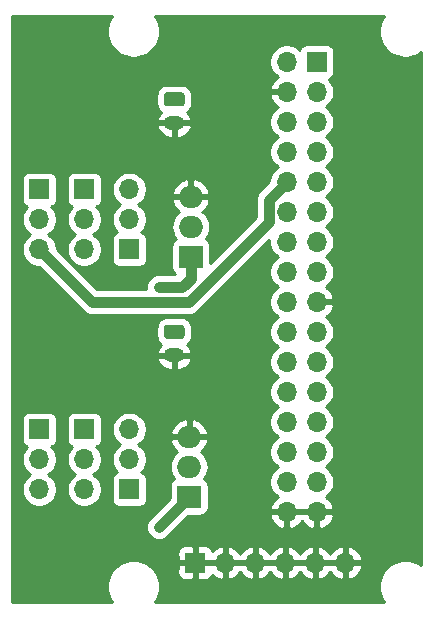
<source format=gbr>
G04 #@! TF.GenerationSoftware,KiCad,Pcbnew,(5.1.9)-1*
G04 #@! TF.CreationDate,2021-11-12T16:09:24-07:00*
G04 #@! TF.ProjectId,ABSIS_Nano_Relay_Module,41425349-535f-44e6-916e-6f5f52656c61,1*
G04 #@! TF.SameCoordinates,Original*
G04 #@! TF.FileFunction,Copper,L4,Bot*
G04 #@! TF.FilePolarity,Positive*
%FSLAX46Y46*%
G04 Gerber Fmt 4.6, Leading zero omitted, Abs format (unit mm)*
G04 Created by KiCad (PCBNEW (5.1.9)-1) date 2021-11-12 16:09:24*
%MOMM*%
%LPD*%
G01*
G04 APERTURE LIST*
G04 #@! TA.AperFunction,ComponentPad*
%ADD10O,1.700000X1.700000*%
G04 #@! TD*
G04 #@! TA.AperFunction,ComponentPad*
%ADD11R,1.700000X1.700000*%
G04 #@! TD*
G04 #@! TA.AperFunction,ComponentPad*
%ADD12O,2.000000X1.905000*%
G04 #@! TD*
G04 #@! TA.AperFunction,ComponentPad*
%ADD13R,2.000000X1.905000*%
G04 #@! TD*
G04 #@! TA.AperFunction,ComponentPad*
%ADD14O,1.750000X1.200000*%
G04 #@! TD*
G04 #@! TA.AperFunction,ViaPad*
%ADD15C,0.600000*%
G04 #@! TD*
G04 #@! TA.AperFunction,Conductor*
%ADD16C,0.914400*%
G04 #@! TD*
G04 #@! TA.AperFunction,Conductor*
%ADD17C,0.254000*%
G04 #@! TD*
G04 #@! TA.AperFunction,Conductor*
%ADD18C,0.100000*%
G04 #@! TD*
G04 APERTURE END LIST*
D10*
X128625000Y-104605000D03*
X128625000Y-102065000D03*
D11*
X128625000Y-99525000D03*
D10*
X124815000Y-104605000D03*
X124815000Y-102065000D03*
D11*
X124815000Y-99525000D03*
D10*
X128625000Y-84285000D03*
X128625000Y-81745000D03*
D11*
X128625000Y-79205000D03*
D10*
X124815000Y-84285000D03*
X124815000Y-81745000D03*
D11*
X124815000Y-79205000D03*
D12*
X137515000Y-100160000D03*
X137515000Y-102700000D03*
D13*
X137515000Y-105240000D03*
D12*
X137642000Y-79840000D03*
X137642000Y-82380000D03*
D13*
X137642000Y-84920000D03*
D10*
X132435000Y-99525000D03*
X132435000Y-102065000D03*
D11*
X132435000Y-104605000D03*
D10*
X132435000Y-79205000D03*
X132435000Y-81745000D03*
D11*
X132435000Y-84285000D03*
D14*
X136245000Y-93270000D03*
G04 #@! TA.AperFunction,ComponentPad*
G36*
G01*
X135619999Y-90670000D02*
X136870001Y-90670000D01*
G75*
G02*
X137120000Y-90919999I0J-249999D01*
G01*
X137120000Y-91620001D01*
G75*
G02*
X136870001Y-91870000I-249999J0D01*
G01*
X135619999Y-91870000D01*
G75*
G02*
X135370000Y-91620001I0J249999D01*
G01*
X135370000Y-90919999D01*
G75*
G02*
X135619999Y-90670000I249999J0D01*
G01*
G37*
G04 #@! TD.AperFunction*
X136245000Y-73585000D03*
G04 #@! TA.AperFunction,ComponentPad*
G36*
G01*
X135619999Y-70985000D02*
X136870001Y-70985000D01*
G75*
G02*
X137120000Y-71234999I0J-249999D01*
G01*
X137120000Y-71935001D01*
G75*
G02*
X136870001Y-72185000I-249999J0D01*
G01*
X135619999Y-72185000D01*
G75*
G02*
X135370000Y-71935001I0J249999D01*
G01*
X135370000Y-71234999D01*
G75*
G02*
X135619999Y-70985000I249999J0D01*
G01*
G37*
G04 #@! TD.AperFunction*
D10*
X150710000Y-110810000D03*
X148170000Y-110810000D03*
X145630000Y-110810000D03*
X143090000Y-110810000D03*
X140550000Y-110810000D03*
D11*
X138010000Y-110810000D03*
D10*
X145770000Y-106510000D03*
X148310000Y-106510000D03*
X145770000Y-103970000D03*
X148310000Y-103970000D03*
X145770000Y-101430000D03*
X148310000Y-101430000D03*
X145770000Y-98890000D03*
X148310000Y-98890000D03*
X145770000Y-96350000D03*
X148310000Y-96350000D03*
X145770000Y-93810000D03*
X148310000Y-93810000D03*
X145770000Y-91270000D03*
X148310000Y-91270000D03*
X145770000Y-88730000D03*
X148310000Y-88730000D03*
X145770000Y-86190000D03*
X148310000Y-86190000D03*
X145770000Y-83650000D03*
X148310000Y-83650000D03*
X145770000Y-81110000D03*
X148310000Y-81110000D03*
X145770000Y-78570000D03*
X148310000Y-78570000D03*
X145770000Y-76030000D03*
X148310000Y-76030000D03*
X145770000Y-73490000D03*
X148310000Y-73490000D03*
X145770000Y-70950000D03*
X148310000Y-70950000D03*
X145770000Y-68410000D03*
D11*
X148310000Y-68410000D03*
D15*
X134975000Y-87486911D03*
X134975000Y-107780000D03*
D16*
X144262799Y-80077201D02*
X144262799Y-81982201D01*
X145770000Y-78570000D02*
X144262799Y-80077201D01*
X144262799Y-81982201D02*
X137515000Y-88730000D01*
X129260000Y-88730000D02*
X124815000Y-84285000D01*
X137515000Y-88730000D02*
X129260000Y-88730000D01*
X136941989Y-87486911D02*
X134975000Y-87486911D01*
X137642000Y-84920000D02*
X137642000Y-86786900D01*
X137642000Y-86786900D02*
X136941989Y-87486911D01*
X134975000Y-107780000D02*
X137515000Y-105240000D01*
D17*
X130829369Y-64751331D02*
X130660890Y-65158075D01*
X130575000Y-65589872D01*
X130575000Y-66030128D01*
X130660890Y-66461925D01*
X130829369Y-66868669D01*
X131073962Y-67234729D01*
X131385271Y-67546038D01*
X131751331Y-67790631D01*
X132158075Y-67959110D01*
X132589872Y-68045000D01*
X133030128Y-68045000D01*
X133461925Y-67959110D01*
X133868669Y-67790631D01*
X134234729Y-67546038D01*
X134546038Y-67234729D01*
X134790631Y-66868669D01*
X134959110Y-66461925D01*
X135045000Y-66030128D01*
X135045000Y-65589872D01*
X134959110Y-65158075D01*
X134790631Y-64751331D01*
X134619356Y-64495000D01*
X154000644Y-64495000D01*
X153829369Y-64751331D01*
X153660890Y-65158075D01*
X153575000Y-65589872D01*
X153575000Y-66030128D01*
X153660890Y-66461925D01*
X153829369Y-66868669D01*
X154073962Y-67234729D01*
X154385271Y-67546038D01*
X154751331Y-67790631D01*
X155158075Y-67959110D01*
X155589872Y-68045000D01*
X156030128Y-68045000D01*
X156461925Y-67959110D01*
X156868669Y-67790631D01*
X157125001Y-67619356D01*
X157125000Y-111000644D01*
X156868669Y-110829369D01*
X156461925Y-110660890D01*
X156030128Y-110575000D01*
X155589872Y-110575000D01*
X155158075Y-110660890D01*
X154751331Y-110829369D01*
X154385271Y-111073962D01*
X154073962Y-111385271D01*
X153829369Y-111751331D01*
X153660890Y-112158075D01*
X153575000Y-112589872D01*
X153575000Y-113030128D01*
X153660890Y-113461925D01*
X153829369Y-113868669D01*
X154000644Y-114125000D01*
X134619356Y-114125000D01*
X134790631Y-113868669D01*
X134959110Y-113461925D01*
X135045000Y-113030128D01*
X135045000Y-112589872D01*
X134959110Y-112158075D01*
X134790631Y-111751331D01*
X134729606Y-111660000D01*
X136521928Y-111660000D01*
X136534188Y-111784482D01*
X136570498Y-111904180D01*
X136629463Y-112014494D01*
X136708815Y-112111185D01*
X136805506Y-112190537D01*
X136915820Y-112249502D01*
X137035518Y-112285812D01*
X137160000Y-112298072D01*
X137724250Y-112295000D01*
X137883000Y-112136250D01*
X137883000Y-110937000D01*
X138137000Y-110937000D01*
X138137000Y-112136250D01*
X138295750Y-112295000D01*
X138860000Y-112298072D01*
X138984482Y-112285812D01*
X139104180Y-112249502D01*
X139214494Y-112190537D01*
X139311185Y-112111185D01*
X139390537Y-112014494D01*
X139449502Y-111904180D01*
X139473966Y-111823534D01*
X139549731Y-111907588D01*
X139783080Y-112081641D01*
X140045901Y-112206825D01*
X140193110Y-112251476D01*
X140423000Y-112130155D01*
X140423000Y-110937000D01*
X140677000Y-110937000D01*
X140677000Y-112130155D01*
X140906890Y-112251476D01*
X141054099Y-112206825D01*
X141316920Y-112081641D01*
X141550269Y-111907588D01*
X141745178Y-111691355D01*
X141820000Y-111565745D01*
X141894822Y-111691355D01*
X142089731Y-111907588D01*
X142323080Y-112081641D01*
X142585901Y-112206825D01*
X142733110Y-112251476D01*
X142963000Y-112130155D01*
X142963000Y-110937000D01*
X143217000Y-110937000D01*
X143217000Y-112130155D01*
X143446890Y-112251476D01*
X143594099Y-112206825D01*
X143856920Y-112081641D01*
X144090269Y-111907588D01*
X144285178Y-111691355D01*
X144360000Y-111565745D01*
X144434822Y-111691355D01*
X144629731Y-111907588D01*
X144863080Y-112081641D01*
X145125901Y-112206825D01*
X145273110Y-112251476D01*
X145503000Y-112130155D01*
X145503000Y-110937000D01*
X145757000Y-110937000D01*
X145757000Y-112130155D01*
X145986890Y-112251476D01*
X146134099Y-112206825D01*
X146396920Y-112081641D01*
X146630269Y-111907588D01*
X146825178Y-111691355D01*
X146900000Y-111565745D01*
X146974822Y-111691355D01*
X147169731Y-111907588D01*
X147403080Y-112081641D01*
X147665901Y-112206825D01*
X147813110Y-112251476D01*
X148043000Y-112130155D01*
X148043000Y-110937000D01*
X148297000Y-110937000D01*
X148297000Y-112130155D01*
X148526890Y-112251476D01*
X148674099Y-112206825D01*
X148936920Y-112081641D01*
X149170269Y-111907588D01*
X149365178Y-111691355D01*
X149440000Y-111565745D01*
X149514822Y-111691355D01*
X149709731Y-111907588D01*
X149943080Y-112081641D01*
X150205901Y-112206825D01*
X150353110Y-112251476D01*
X150583000Y-112130155D01*
X150583000Y-110937000D01*
X150837000Y-110937000D01*
X150837000Y-112130155D01*
X151066890Y-112251476D01*
X151214099Y-112206825D01*
X151476920Y-112081641D01*
X151710269Y-111907588D01*
X151905178Y-111691355D01*
X152054157Y-111441252D01*
X152151481Y-111166891D01*
X152030814Y-110937000D01*
X150837000Y-110937000D01*
X150583000Y-110937000D01*
X148297000Y-110937000D01*
X148043000Y-110937000D01*
X145757000Y-110937000D01*
X145503000Y-110937000D01*
X143217000Y-110937000D01*
X142963000Y-110937000D01*
X140677000Y-110937000D01*
X140423000Y-110937000D01*
X138137000Y-110937000D01*
X137883000Y-110937000D01*
X136683750Y-110937000D01*
X136525000Y-111095750D01*
X136521928Y-111660000D01*
X134729606Y-111660000D01*
X134546038Y-111385271D01*
X134234729Y-111073962D01*
X133868669Y-110829369D01*
X133461925Y-110660890D01*
X133030128Y-110575000D01*
X132589872Y-110575000D01*
X132158075Y-110660890D01*
X131751331Y-110829369D01*
X131385271Y-111073962D01*
X131073962Y-111385271D01*
X130829369Y-111751331D01*
X130660890Y-112158075D01*
X130575000Y-112589872D01*
X130575000Y-113030128D01*
X130660890Y-113461925D01*
X130829369Y-113868669D01*
X131000644Y-114125000D01*
X122495000Y-114125000D01*
X122495000Y-109960000D01*
X136521928Y-109960000D01*
X136525000Y-110524250D01*
X136683750Y-110683000D01*
X137883000Y-110683000D01*
X137883000Y-109483750D01*
X138137000Y-109483750D01*
X138137000Y-110683000D01*
X140423000Y-110683000D01*
X140423000Y-109489845D01*
X140677000Y-109489845D01*
X140677000Y-110683000D01*
X142963000Y-110683000D01*
X142963000Y-109489845D01*
X143217000Y-109489845D01*
X143217000Y-110683000D01*
X145503000Y-110683000D01*
X145503000Y-109489845D01*
X145757000Y-109489845D01*
X145757000Y-110683000D01*
X148043000Y-110683000D01*
X148043000Y-109489845D01*
X148297000Y-109489845D01*
X148297000Y-110683000D01*
X150583000Y-110683000D01*
X150583000Y-109489845D01*
X150837000Y-109489845D01*
X150837000Y-110683000D01*
X152030814Y-110683000D01*
X152151481Y-110453109D01*
X152054157Y-110178748D01*
X151905178Y-109928645D01*
X151710269Y-109712412D01*
X151476920Y-109538359D01*
X151214099Y-109413175D01*
X151066890Y-109368524D01*
X150837000Y-109489845D01*
X150583000Y-109489845D01*
X150353110Y-109368524D01*
X150205901Y-109413175D01*
X149943080Y-109538359D01*
X149709731Y-109712412D01*
X149514822Y-109928645D01*
X149440000Y-110054255D01*
X149365178Y-109928645D01*
X149170269Y-109712412D01*
X148936920Y-109538359D01*
X148674099Y-109413175D01*
X148526890Y-109368524D01*
X148297000Y-109489845D01*
X148043000Y-109489845D01*
X147813110Y-109368524D01*
X147665901Y-109413175D01*
X147403080Y-109538359D01*
X147169731Y-109712412D01*
X146974822Y-109928645D01*
X146900000Y-110054255D01*
X146825178Y-109928645D01*
X146630269Y-109712412D01*
X146396920Y-109538359D01*
X146134099Y-109413175D01*
X145986890Y-109368524D01*
X145757000Y-109489845D01*
X145503000Y-109489845D01*
X145273110Y-109368524D01*
X145125901Y-109413175D01*
X144863080Y-109538359D01*
X144629731Y-109712412D01*
X144434822Y-109928645D01*
X144360000Y-110054255D01*
X144285178Y-109928645D01*
X144090269Y-109712412D01*
X143856920Y-109538359D01*
X143594099Y-109413175D01*
X143446890Y-109368524D01*
X143217000Y-109489845D01*
X142963000Y-109489845D01*
X142733110Y-109368524D01*
X142585901Y-109413175D01*
X142323080Y-109538359D01*
X142089731Y-109712412D01*
X141894822Y-109928645D01*
X141820000Y-110054255D01*
X141745178Y-109928645D01*
X141550269Y-109712412D01*
X141316920Y-109538359D01*
X141054099Y-109413175D01*
X140906890Y-109368524D01*
X140677000Y-109489845D01*
X140423000Y-109489845D01*
X140193110Y-109368524D01*
X140045901Y-109413175D01*
X139783080Y-109538359D01*
X139549731Y-109712412D01*
X139473966Y-109796466D01*
X139449502Y-109715820D01*
X139390537Y-109605506D01*
X139311185Y-109508815D01*
X139214494Y-109429463D01*
X139104180Y-109370498D01*
X138984482Y-109334188D01*
X138860000Y-109321928D01*
X138295750Y-109325000D01*
X138137000Y-109483750D01*
X137883000Y-109483750D01*
X137724250Y-109325000D01*
X137160000Y-109321928D01*
X137035518Y-109334188D01*
X136915820Y-109370498D01*
X136805506Y-109429463D01*
X136708815Y-109508815D01*
X136629463Y-109605506D01*
X136570498Y-109715820D01*
X136534188Y-109835518D01*
X136521928Y-109960000D01*
X122495000Y-109960000D01*
X122495000Y-107780000D01*
X133877517Y-107780000D01*
X133898604Y-107994109D01*
X133961057Y-108199988D01*
X134062476Y-108389728D01*
X134198962Y-108556038D01*
X134365272Y-108692524D01*
X134555012Y-108793943D01*
X134760891Y-108856396D01*
X134975000Y-108877483D01*
X135189109Y-108856396D01*
X135394988Y-108793943D01*
X135584728Y-108692524D01*
X135709366Y-108590237D01*
X137432713Y-106866890D01*
X144328524Y-106866890D01*
X144373175Y-107014099D01*
X144498359Y-107276920D01*
X144672412Y-107510269D01*
X144888645Y-107705178D01*
X145138748Y-107854157D01*
X145413109Y-107951481D01*
X145643000Y-107830814D01*
X145643000Y-106637000D01*
X145897000Y-106637000D01*
X145897000Y-107830814D01*
X146126891Y-107951481D01*
X146401252Y-107854157D01*
X146651355Y-107705178D01*
X146867588Y-107510269D01*
X147040000Y-107279120D01*
X147212412Y-107510269D01*
X147428645Y-107705178D01*
X147678748Y-107854157D01*
X147953109Y-107951481D01*
X148183000Y-107830814D01*
X148183000Y-106637000D01*
X148437000Y-106637000D01*
X148437000Y-107830814D01*
X148666891Y-107951481D01*
X148941252Y-107854157D01*
X149191355Y-107705178D01*
X149407588Y-107510269D01*
X149581641Y-107276920D01*
X149706825Y-107014099D01*
X149751476Y-106866890D01*
X149630155Y-106637000D01*
X148437000Y-106637000D01*
X148183000Y-106637000D01*
X145897000Y-106637000D01*
X145643000Y-106637000D01*
X144449845Y-106637000D01*
X144328524Y-106866890D01*
X137432713Y-106866890D01*
X137469032Y-106830572D01*
X138515000Y-106830572D01*
X138639482Y-106818312D01*
X138759180Y-106782002D01*
X138869494Y-106723037D01*
X138966185Y-106643685D01*
X139045537Y-106546994D01*
X139104502Y-106436680D01*
X139140812Y-106316982D01*
X139153072Y-106192500D01*
X139153072Y-104287500D01*
X139140812Y-104163018D01*
X139104502Y-104043320D01*
X139045537Y-103933006D01*
X138966185Y-103836315D01*
X138869494Y-103756963D01*
X138785554Y-103712095D01*
X138888845Y-103586235D01*
X139036255Y-103310449D01*
X139127030Y-103011204D01*
X139157681Y-102700000D01*
X139127030Y-102388796D01*
X139036255Y-102089551D01*
X138888845Y-101813765D01*
X138690463Y-101572037D01*
X138511101Y-101424837D01*
X138696315Y-101269437D01*
X138890969Y-101026923D01*
X139034571Y-100751094D01*
X139105563Y-100532980D01*
X138985594Y-100287000D01*
X137642000Y-100287000D01*
X137642000Y-100307000D01*
X137388000Y-100307000D01*
X137388000Y-100287000D01*
X136044406Y-100287000D01*
X135924437Y-100532980D01*
X135995429Y-100751094D01*
X136139031Y-101026923D01*
X136333685Y-101269437D01*
X136518899Y-101424837D01*
X136339537Y-101572037D01*
X136141155Y-101813765D01*
X135993745Y-102089551D01*
X135902970Y-102388796D01*
X135872319Y-102700000D01*
X135902970Y-103011204D01*
X135993745Y-103310449D01*
X136141155Y-103586235D01*
X136244446Y-103712095D01*
X136160506Y-103756963D01*
X136063815Y-103836315D01*
X135984463Y-103933006D01*
X135925498Y-104043320D01*
X135889188Y-104163018D01*
X135876928Y-104287500D01*
X135876928Y-105333468D01*
X134164763Y-107045634D01*
X134062476Y-107170272D01*
X133961057Y-107360012D01*
X133898604Y-107565891D01*
X133877517Y-107780000D01*
X122495000Y-107780000D01*
X122495000Y-98675000D01*
X123326928Y-98675000D01*
X123326928Y-100375000D01*
X123339188Y-100499482D01*
X123375498Y-100619180D01*
X123434463Y-100729494D01*
X123513815Y-100826185D01*
X123610506Y-100905537D01*
X123720820Y-100964502D01*
X123793380Y-100986513D01*
X123661525Y-101118368D01*
X123499010Y-101361589D01*
X123387068Y-101631842D01*
X123330000Y-101918740D01*
X123330000Y-102211260D01*
X123387068Y-102498158D01*
X123499010Y-102768411D01*
X123661525Y-103011632D01*
X123868368Y-103218475D01*
X124042760Y-103335000D01*
X123868368Y-103451525D01*
X123661525Y-103658368D01*
X123499010Y-103901589D01*
X123387068Y-104171842D01*
X123330000Y-104458740D01*
X123330000Y-104751260D01*
X123387068Y-105038158D01*
X123499010Y-105308411D01*
X123661525Y-105551632D01*
X123868368Y-105758475D01*
X124111589Y-105920990D01*
X124381842Y-106032932D01*
X124668740Y-106090000D01*
X124961260Y-106090000D01*
X125248158Y-106032932D01*
X125518411Y-105920990D01*
X125761632Y-105758475D01*
X125968475Y-105551632D01*
X126130990Y-105308411D01*
X126242932Y-105038158D01*
X126300000Y-104751260D01*
X126300000Y-104458740D01*
X126242932Y-104171842D01*
X126130990Y-103901589D01*
X125968475Y-103658368D01*
X125761632Y-103451525D01*
X125587240Y-103335000D01*
X125761632Y-103218475D01*
X125968475Y-103011632D01*
X126130990Y-102768411D01*
X126242932Y-102498158D01*
X126300000Y-102211260D01*
X126300000Y-101918740D01*
X126242932Y-101631842D01*
X126130990Y-101361589D01*
X125968475Y-101118368D01*
X125836620Y-100986513D01*
X125909180Y-100964502D01*
X126019494Y-100905537D01*
X126116185Y-100826185D01*
X126195537Y-100729494D01*
X126254502Y-100619180D01*
X126290812Y-100499482D01*
X126303072Y-100375000D01*
X126303072Y-98675000D01*
X127136928Y-98675000D01*
X127136928Y-100375000D01*
X127149188Y-100499482D01*
X127185498Y-100619180D01*
X127244463Y-100729494D01*
X127323815Y-100826185D01*
X127420506Y-100905537D01*
X127530820Y-100964502D01*
X127603380Y-100986513D01*
X127471525Y-101118368D01*
X127309010Y-101361589D01*
X127197068Y-101631842D01*
X127140000Y-101918740D01*
X127140000Y-102211260D01*
X127197068Y-102498158D01*
X127309010Y-102768411D01*
X127471525Y-103011632D01*
X127678368Y-103218475D01*
X127852760Y-103335000D01*
X127678368Y-103451525D01*
X127471525Y-103658368D01*
X127309010Y-103901589D01*
X127197068Y-104171842D01*
X127140000Y-104458740D01*
X127140000Y-104751260D01*
X127197068Y-105038158D01*
X127309010Y-105308411D01*
X127471525Y-105551632D01*
X127678368Y-105758475D01*
X127921589Y-105920990D01*
X128191842Y-106032932D01*
X128478740Y-106090000D01*
X128771260Y-106090000D01*
X129058158Y-106032932D01*
X129328411Y-105920990D01*
X129571632Y-105758475D01*
X129778475Y-105551632D01*
X129940990Y-105308411D01*
X130052932Y-105038158D01*
X130110000Y-104751260D01*
X130110000Y-104458740D01*
X130052932Y-104171842D01*
X129940990Y-103901589D01*
X129843043Y-103755000D01*
X130946928Y-103755000D01*
X130946928Y-105455000D01*
X130959188Y-105579482D01*
X130995498Y-105699180D01*
X131054463Y-105809494D01*
X131133815Y-105906185D01*
X131230506Y-105985537D01*
X131340820Y-106044502D01*
X131460518Y-106080812D01*
X131585000Y-106093072D01*
X133285000Y-106093072D01*
X133409482Y-106080812D01*
X133529180Y-106044502D01*
X133639494Y-105985537D01*
X133736185Y-105906185D01*
X133815537Y-105809494D01*
X133874502Y-105699180D01*
X133910812Y-105579482D01*
X133923072Y-105455000D01*
X133923072Y-103755000D01*
X133910812Y-103630518D01*
X133874502Y-103510820D01*
X133815537Y-103400506D01*
X133736185Y-103303815D01*
X133639494Y-103224463D01*
X133529180Y-103165498D01*
X133456620Y-103143487D01*
X133588475Y-103011632D01*
X133750990Y-102768411D01*
X133862932Y-102498158D01*
X133920000Y-102211260D01*
X133920000Y-101918740D01*
X133862932Y-101631842D01*
X133750990Y-101361589D01*
X133588475Y-101118368D01*
X133381632Y-100911525D01*
X133207240Y-100795000D01*
X133381632Y-100678475D01*
X133588475Y-100471632D01*
X133750990Y-100228411D01*
X133862932Y-99958158D01*
X133896973Y-99787020D01*
X135924437Y-99787020D01*
X136044406Y-100033000D01*
X137388000Y-100033000D01*
X137388000Y-98734430D01*
X137642000Y-98734430D01*
X137642000Y-100033000D01*
X138985594Y-100033000D01*
X139105563Y-99787020D01*
X139034571Y-99568906D01*
X138890969Y-99293077D01*
X138696315Y-99050563D01*
X138458089Y-98850684D01*
X138185446Y-98701121D01*
X137888863Y-98607622D01*
X137642000Y-98734430D01*
X137388000Y-98734430D01*
X137141137Y-98607622D01*
X136844554Y-98701121D01*
X136571911Y-98850684D01*
X136333685Y-99050563D01*
X136139031Y-99293077D01*
X135995429Y-99568906D01*
X135924437Y-99787020D01*
X133896973Y-99787020D01*
X133920000Y-99671260D01*
X133920000Y-99378740D01*
X133862932Y-99091842D01*
X133750990Y-98821589D01*
X133588475Y-98578368D01*
X133381632Y-98371525D01*
X133138411Y-98209010D01*
X132868158Y-98097068D01*
X132581260Y-98040000D01*
X132288740Y-98040000D01*
X132001842Y-98097068D01*
X131731589Y-98209010D01*
X131488368Y-98371525D01*
X131281525Y-98578368D01*
X131119010Y-98821589D01*
X131007068Y-99091842D01*
X130950000Y-99378740D01*
X130950000Y-99671260D01*
X131007068Y-99958158D01*
X131119010Y-100228411D01*
X131281525Y-100471632D01*
X131488368Y-100678475D01*
X131662760Y-100795000D01*
X131488368Y-100911525D01*
X131281525Y-101118368D01*
X131119010Y-101361589D01*
X131007068Y-101631842D01*
X130950000Y-101918740D01*
X130950000Y-102211260D01*
X131007068Y-102498158D01*
X131119010Y-102768411D01*
X131281525Y-103011632D01*
X131413380Y-103143487D01*
X131340820Y-103165498D01*
X131230506Y-103224463D01*
X131133815Y-103303815D01*
X131054463Y-103400506D01*
X130995498Y-103510820D01*
X130959188Y-103630518D01*
X130946928Y-103755000D01*
X129843043Y-103755000D01*
X129778475Y-103658368D01*
X129571632Y-103451525D01*
X129397240Y-103335000D01*
X129571632Y-103218475D01*
X129778475Y-103011632D01*
X129940990Y-102768411D01*
X130052932Y-102498158D01*
X130110000Y-102211260D01*
X130110000Y-101918740D01*
X130052932Y-101631842D01*
X129940990Y-101361589D01*
X129778475Y-101118368D01*
X129646620Y-100986513D01*
X129719180Y-100964502D01*
X129829494Y-100905537D01*
X129926185Y-100826185D01*
X130005537Y-100729494D01*
X130064502Y-100619180D01*
X130100812Y-100499482D01*
X130113072Y-100375000D01*
X130113072Y-98675000D01*
X130100812Y-98550518D01*
X130064502Y-98430820D01*
X130005537Y-98320506D01*
X129926185Y-98223815D01*
X129829494Y-98144463D01*
X129719180Y-98085498D01*
X129599482Y-98049188D01*
X129475000Y-98036928D01*
X127775000Y-98036928D01*
X127650518Y-98049188D01*
X127530820Y-98085498D01*
X127420506Y-98144463D01*
X127323815Y-98223815D01*
X127244463Y-98320506D01*
X127185498Y-98430820D01*
X127149188Y-98550518D01*
X127136928Y-98675000D01*
X126303072Y-98675000D01*
X126290812Y-98550518D01*
X126254502Y-98430820D01*
X126195537Y-98320506D01*
X126116185Y-98223815D01*
X126019494Y-98144463D01*
X125909180Y-98085498D01*
X125789482Y-98049188D01*
X125665000Y-98036928D01*
X123965000Y-98036928D01*
X123840518Y-98049188D01*
X123720820Y-98085498D01*
X123610506Y-98144463D01*
X123513815Y-98223815D01*
X123434463Y-98320506D01*
X123375498Y-98430820D01*
X123339188Y-98550518D01*
X123326928Y-98675000D01*
X122495000Y-98675000D01*
X122495000Y-93587609D01*
X134776538Y-93587609D01*
X134780409Y-93625282D01*
X134872579Y-93850533D01*
X135006922Y-94053474D01*
X135178275Y-94226307D01*
X135380054Y-94362390D01*
X135604504Y-94456493D01*
X135843000Y-94505000D01*
X136118000Y-94505000D01*
X136118000Y-93397000D01*
X136372000Y-93397000D01*
X136372000Y-94505000D01*
X136647000Y-94505000D01*
X136885496Y-94456493D01*
X137109946Y-94362390D01*
X137311725Y-94226307D01*
X137483078Y-94053474D01*
X137617421Y-93850533D01*
X137709591Y-93625282D01*
X137713462Y-93587609D01*
X137588731Y-93397000D01*
X136372000Y-93397000D01*
X136118000Y-93397000D01*
X134901269Y-93397000D01*
X134776538Y-93587609D01*
X122495000Y-93587609D01*
X122495000Y-90919999D01*
X134731928Y-90919999D01*
X134731928Y-91620001D01*
X134748992Y-91793255D01*
X134799528Y-91959851D01*
X134881595Y-92113387D01*
X134992038Y-92247962D01*
X135126613Y-92358405D01*
X135131406Y-92360967D01*
X135006922Y-92486526D01*
X134872579Y-92689467D01*
X134780409Y-92914718D01*
X134776538Y-92952391D01*
X134901269Y-93143000D01*
X136118000Y-93143000D01*
X136118000Y-93123000D01*
X136372000Y-93123000D01*
X136372000Y-93143000D01*
X137588731Y-93143000D01*
X137713462Y-92952391D01*
X137709591Y-92914718D01*
X137617421Y-92689467D01*
X137483078Y-92486526D01*
X137358594Y-92360967D01*
X137363387Y-92358405D01*
X137497962Y-92247962D01*
X137608405Y-92113387D01*
X137690472Y-91959851D01*
X137741008Y-91793255D01*
X137758072Y-91620001D01*
X137758072Y-90919999D01*
X137741008Y-90746745D01*
X137690472Y-90580149D01*
X137608405Y-90426613D01*
X137497962Y-90292038D01*
X137363387Y-90181595D01*
X137209851Y-90099528D01*
X137043255Y-90048992D01*
X136870001Y-90031928D01*
X135619999Y-90031928D01*
X135446745Y-90048992D01*
X135280149Y-90099528D01*
X135126613Y-90181595D01*
X134992038Y-90292038D01*
X134881595Y-90426613D01*
X134799528Y-90580149D01*
X134748992Y-90746745D01*
X134731928Y-90919999D01*
X122495000Y-90919999D01*
X122495000Y-78355000D01*
X123326928Y-78355000D01*
X123326928Y-80055000D01*
X123339188Y-80179482D01*
X123375498Y-80299180D01*
X123434463Y-80409494D01*
X123513815Y-80506185D01*
X123610506Y-80585537D01*
X123720820Y-80644502D01*
X123793380Y-80666513D01*
X123661525Y-80798368D01*
X123499010Y-81041589D01*
X123387068Y-81311842D01*
X123330000Y-81598740D01*
X123330000Y-81891260D01*
X123387068Y-82178158D01*
X123499010Y-82448411D01*
X123661525Y-82691632D01*
X123868368Y-82898475D01*
X124042760Y-83015000D01*
X123868368Y-83131525D01*
X123661525Y-83338368D01*
X123499010Y-83581589D01*
X123387068Y-83851842D01*
X123330000Y-84138740D01*
X123330000Y-84431260D01*
X123387068Y-84718158D01*
X123499010Y-84988411D01*
X123661525Y-85231632D01*
X123868368Y-85438475D01*
X124111589Y-85600990D01*
X124381842Y-85712932D01*
X124668740Y-85770000D01*
X124755397Y-85770000D01*
X128449765Y-89464369D01*
X128483962Y-89506038D01*
X128650271Y-89642525D01*
X128840011Y-89743943D01*
X129045891Y-89806396D01*
X129206351Y-89822200D01*
X129206360Y-89822200D01*
X129259999Y-89827483D01*
X129313638Y-89822200D01*
X137461359Y-89822200D01*
X137515000Y-89827483D01*
X137568641Y-89822200D01*
X137568649Y-89822200D01*
X137729109Y-89806396D01*
X137934989Y-89743943D01*
X138124729Y-89642525D01*
X138291038Y-89506038D01*
X138325240Y-89464363D01*
X144285000Y-83504604D01*
X144285000Y-83796260D01*
X144342068Y-84083158D01*
X144454010Y-84353411D01*
X144616525Y-84596632D01*
X144823368Y-84803475D01*
X144997760Y-84920000D01*
X144823368Y-85036525D01*
X144616525Y-85243368D01*
X144454010Y-85486589D01*
X144342068Y-85756842D01*
X144285000Y-86043740D01*
X144285000Y-86336260D01*
X144342068Y-86623158D01*
X144454010Y-86893411D01*
X144616525Y-87136632D01*
X144823368Y-87343475D01*
X144997760Y-87460000D01*
X144823368Y-87576525D01*
X144616525Y-87783368D01*
X144454010Y-88026589D01*
X144342068Y-88296842D01*
X144285000Y-88583740D01*
X144285000Y-88876260D01*
X144342068Y-89163158D01*
X144454010Y-89433411D01*
X144616525Y-89676632D01*
X144823368Y-89883475D01*
X144997760Y-90000000D01*
X144823368Y-90116525D01*
X144616525Y-90323368D01*
X144454010Y-90566589D01*
X144342068Y-90836842D01*
X144285000Y-91123740D01*
X144285000Y-91416260D01*
X144342068Y-91703158D01*
X144454010Y-91973411D01*
X144616525Y-92216632D01*
X144823368Y-92423475D01*
X144997760Y-92540000D01*
X144823368Y-92656525D01*
X144616525Y-92863368D01*
X144454010Y-93106589D01*
X144342068Y-93376842D01*
X144285000Y-93663740D01*
X144285000Y-93956260D01*
X144342068Y-94243158D01*
X144454010Y-94513411D01*
X144616525Y-94756632D01*
X144823368Y-94963475D01*
X144997760Y-95080000D01*
X144823368Y-95196525D01*
X144616525Y-95403368D01*
X144454010Y-95646589D01*
X144342068Y-95916842D01*
X144285000Y-96203740D01*
X144285000Y-96496260D01*
X144342068Y-96783158D01*
X144454010Y-97053411D01*
X144616525Y-97296632D01*
X144823368Y-97503475D01*
X144997760Y-97620000D01*
X144823368Y-97736525D01*
X144616525Y-97943368D01*
X144454010Y-98186589D01*
X144342068Y-98456842D01*
X144285000Y-98743740D01*
X144285000Y-99036260D01*
X144342068Y-99323158D01*
X144454010Y-99593411D01*
X144616525Y-99836632D01*
X144823368Y-100043475D01*
X144997760Y-100160000D01*
X144823368Y-100276525D01*
X144616525Y-100483368D01*
X144454010Y-100726589D01*
X144342068Y-100996842D01*
X144285000Y-101283740D01*
X144285000Y-101576260D01*
X144342068Y-101863158D01*
X144454010Y-102133411D01*
X144616525Y-102376632D01*
X144823368Y-102583475D01*
X144997760Y-102700000D01*
X144823368Y-102816525D01*
X144616525Y-103023368D01*
X144454010Y-103266589D01*
X144342068Y-103536842D01*
X144285000Y-103823740D01*
X144285000Y-104116260D01*
X144342068Y-104403158D01*
X144454010Y-104673411D01*
X144616525Y-104916632D01*
X144823368Y-105123475D01*
X145005534Y-105245195D01*
X144888645Y-105314822D01*
X144672412Y-105509731D01*
X144498359Y-105743080D01*
X144373175Y-106005901D01*
X144328524Y-106153110D01*
X144449845Y-106383000D01*
X145643000Y-106383000D01*
X145643000Y-106363000D01*
X145897000Y-106363000D01*
X145897000Y-106383000D01*
X148183000Y-106383000D01*
X148183000Y-106363000D01*
X148437000Y-106363000D01*
X148437000Y-106383000D01*
X149630155Y-106383000D01*
X149751476Y-106153110D01*
X149706825Y-106005901D01*
X149581641Y-105743080D01*
X149407588Y-105509731D01*
X149191355Y-105314822D01*
X149074466Y-105245195D01*
X149256632Y-105123475D01*
X149463475Y-104916632D01*
X149625990Y-104673411D01*
X149737932Y-104403158D01*
X149795000Y-104116260D01*
X149795000Y-103823740D01*
X149737932Y-103536842D01*
X149625990Y-103266589D01*
X149463475Y-103023368D01*
X149256632Y-102816525D01*
X149082240Y-102700000D01*
X149256632Y-102583475D01*
X149463475Y-102376632D01*
X149625990Y-102133411D01*
X149737932Y-101863158D01*
X149795000Y-101576260D01*
X149795000Y-101283740D01*
X149737932Y-100996842D01*
X149625990Y-100726589D01*
X149463475Y-100483368D01*
X149256632Y-100276525D01*
X149082240Y-100160000D01*
X149256632Y-100043475D01*
X149463475Y-99836632D01*
X149625990Y-99593411D01*
X149737932Y-99323158D01*
X149795000Y-99036260D01*
X149795000Y-98743740D01*
X149737932Y-98456842D01*
X149625990Y-98186589D01*
X149463475Y-97943368D01*
X149256632Y-97736525D01*
X149082240Y-97620000D01*
X149256632Y-97503475D01*
X149463475Y-97296632D01*
X149625990Y-97053411D01*
X149737932Y-96783158D01*
X149795000Y-96496260D01*
X149795000Y-96203740D01*
X149737932Y-95916842D01*
X149625990Y-95646589D01*
X149463475Y-95403368D01*
X149256632Y-95196525D01*
X149082240Y-95080000D01*
X149256632Y-94963475D01*
X149463475Y-94756632D01*
X149625990Y-94513411D01*
X149737932Y-94243158D01*
X149795000Y-93956260D01*
X149795000Y-93663740D01*
X149737932Y-93376842D01*
X149625990Y-93106589D01*
X149463475Y-92863368D01*
X149256632Y-92656525D01*
X149082240Y-92540000D01*
X149256632Y-92423475D01*
X149463475Y-92216632D01*
X149625990Y-91973411D01*
X149737932Y-91703158D01*
X149795000Y-91416260D01*
X149795000Y-91123740D01*
X149737932Y-90836842D01*
X149625990Y-90566589D01*
X149463475Y-90323368D01*
X149256632Y-90116525D01*
X149074466Y-89994805D01*
X149191355Y-89925178D01*
X149407588Y-89730269D01*
X149581641Y-89496920D01*
X149706825Y-89234099D01*
X149751476Y-89086890D01*
X149630155Y-88857000D01*
X148437000Y-88857000D01*
X148437000Y-88877000D01*
X148183000Y-88877000D01*
X148183000Y-88857000D01*
X148163000Y-88857000D01*
X148163000Y-88603000D01*
X148183000Y-88603000D01*
X148183000Y-88583000D01*
X148437000Y-88583000D01*
X148437000Y-88603000D01*
X149630155Y-88603000D01*
X149751476Y-88373110D01*
X149706825Y-88225901D01*
X149581641Y-87963080D01*
X149407588Y-87729731D01*
X149191355Y-87534822D01*
X149074466Y-87465195D01*
X149256632Y-87343475D01*
X149463475Y-87136632D01*
X149625990Y-86893411D01*
X149737932Y-86623158D01*
X149795000Y-86336260D01*
X149795000Y-86043740D01*
X149737932Y-85756842D01*
X149625990Y-85486589D01*
X149463475Y-85243368D01*
X149256632Y-85036525D01*
X149082240Y-84920000D01*
X149256632Y-84803475D01*
X149463475Y-84596632D01*
X149625990Y-84353411D01*
X149737932Y-84083158D01*
X149795000Y-83796260D01*
X149795000Y-83503740D01*
X149737932Y-83216842D01*
X149625990Y-82946589D01*
X149463475Y-82703368D01*
X149256632Y-82496525D01*
X149082240Y-82380000D01*
X149256632Y-82263475D01*
X149463475Y-82056632D01*
X149625990Y-81813411D01*
X149737932Y-81543158D01*
X149795000Y-81256260D01*
X149795000Y-80963740D01*
X149737932Y-80676842D01*
X149625990Y-80406589D01*
X149463475Y-80163368D01*
X149256632Y-79956525D01*
X149082240Y-79840000D01*
X149256632Y-79723475D01*
X149463475Y-79516632D01*
X149625990Y-79273411D01*
X149737932Y-79003158D01*
X149795000Y-78716260D01*
X149795000Y-78423740D01*
X149737932Y-78136842D01*
X149625990Y-77866589D01*
X149463475Y-77623368D01*
X149256632Y-77416525D01*
X149082240Y-77300000D01*
X149256632Y-77183475D01*
X149463475Y-76976632D01*
X149625990Y-76733411D01*
X149737932Y-76463158D01*
X149795000Y-76176260D01*
X149795000Y-75883740D01*
X149737932Y-75596842D01*
X149625990Y-75326589D01*
X149463475Y-75083368D01*
X149256632Y-74876525D01*
X149082240Y-74760000D01*
X149256632Y-74643475D01*
X149463475Y-74436632D01*
X149625990Y-74193411D01*
X149737932Y-73923158D01*
X149795000Y-73636260D01*
X149795000Y-73343740D01*
X149737932Y-73056842D01*
X149625990Y-72786589D01*
X149463475Y-72543368D01*
X149256632Y-72336525D01*
X149082240Y-72220000D01*
X149256632Y-72103475D01*
X149463475Y-71896632D01*
X149625990Y-71653411D01*
X149737932Y-71383158D01*
X149795000Y-71096260D01*
X149795000Y-70803740D01*
X149737932Y-70516842D01*
X149625990Y-70246589D01*
X149463475Y-70003368D01*
X149331620Y-69871513D01*
X149404180Y-69849502D01*
X149514494Y-69790537D01*
X149611185Y-69711185D01*
X149690537Y-69614494D01*
X149749502Y-69504180D01*
X149785812Y-69384482D01*
X149798072Y-69260000D01*
X149798072Y-67560000D01*
X149785812Y-67435518D01*
X149749502Y-67315820D01*
X149690537Y-67205506D01*
X149611185Y-67108815D01*
X149514494Y-67029463D01*
X149404180Y-66970498D01*
X149284482Y-66934188D01*
X149160000Y-66921928D01*
X147460000Y-66921928D01*
X147335518Y-66934188D01*
X147215820Y-66970498D01*
X147105506Y-67029463D01*
X147008815Y-67108815D01*
X146929463Y-67205506D01*
X146870498Y-67315820D01*
X146848487Y-67388380D01*
X146716632Y-67256525D01*
X146473411Y-67094010D01*
X146203158Y-66982068D01*
X145916260Y-66925000D01*
X145623740Y-66925000D01*
X145336842Y-66982068D01*
X145066589Y-67094010D01*
X144823368Y-67256525D01*
X144616525Y-67463368D01*
X144454010Y-67706589D01*
X144342068Y-67976842D01*
X144285000Y-68263740D01*
X144285000Y-68556260D01*
X144342068Y-68843158D01*
X144454010Y-69113411D01*
X144616525Y-69356632D01*
X144823368Y-69563475D01*
X145005534Y-69685195D01*
X144888645Y-69754822D01*
X144672412Y-69949731D01*
X144498359Y-70183080D01*
X144373175Y-70445901D01*
X144328524Y-70593110D01*
X144449845Y-70823000D01*
X145643000Y-70823000D01*
X145643000Y-70803000D01*
X145897000Y-70803000D01*
X145897000Y-70823000D01*
X145917000Y-70823000D01*
X145917000Y-71077000D01*
X145897000Y-71077000D01*
X145897000Y-71097000D01*
X145643000Y-71097000D01*
X145643000Y-71077000D01*
X144449845Y-71077000D01*
X144328524Y-71306890D01*
X144373175Y-71454099D01*
X144498359Y-71716920D01*
X144672412Y-71950269D01*
X144888645Y-72145178D01*
X145005534Y-72214805D01*
X144823368Y-72336525D01*
X144616525Y-72543368D01*
X144454010Y-72786589D01*
X144342068Y-73056842D01*
X144285000Y-73343740D01*
X144285000Y-73636260D01*
X144342068Y-73923158D01*
X144454010Y-74193411D01*
X144616525Y-74436632D01*
X144823368Y-74643475D01*
X144997760Y-74760000D01*
X144823368Y-74876525D01*
X144616525Y-75083368D01*
X144454010Y-75326589D01*
X144342068Y-75596842D01*
X144285000Y-75883740D01*
X144285000Y-76176260D01*
X144342068Y-76463158D01*
X144454010Y-76733411D01*
X144616525Y-76976632D01*
X144823368Y-77183475D01*
X144997760Y-77300000D01*
X144823368Y-77416525D01*
X144616525Y-77623368D01*
X144454010Y-77866589D01*
X144342068Y-78136842D01*
X144285000Y-78423740D01*
X144285000Y-78510396D01*
X143528436Y-79266961D01*
X143486761Y-79301163D01*
X143350274Y-79467472D01*
X143248856Y-79657213D01*
X143186403Y-79863093D01*
X143170599Y-80023553D01*
X143170599Y-80023560D01*
X143165316Y-80077201D01*
X143170599Y-80130843D01*
X143170600Y-81529796D01*
X139280072Y-85420325D01*
X139280072Y-83967500D01*
X139267812Y-83843018D01*
X139231502Y-83723320D01*
X139172537Y-83613006D01*
X139093185Y-83516315D01*
X138996494Y-83436963D01*
X138912554Y-83392095D01*
X139015845Y-83266235D01*
X139163255Y-82990449D01*
X139254030Y-82691204D01*
X139284681Y-82380000D01*
X139254030Y-82068796D01*
X139163255Y-81769551D01*
X139015845Y-81493765D01*
X138817463Y-81252037D01*
X138638101Y-81104837D01*
X138823315Y-80949437D01*
X139017969Y-80706923D01*
X139161571Y-80431094D01*
X139232563Y-80212980D01*
X139112594Y-79967000D01*
X137769000Y-79967000D01*
X137769000Y-79987000D01*
X137515000Y-79987000D01*
X137515000Y-79967000D01*
X136171406Y-79967000D01*
X136051437Y-80212980D01*
X136122429Y-80431094D01*
X136266031Y-80706923D01*
X136460685Y-80949437D01*
X136645899Y-81104837D01*
X136466537Y-81252037D01*
X136268155Y-81493765D01*
X136120745Y-81769551D01*
X136029970Y-82068796D01*
X135999319Y-82380000D01*
X136029970Y-82691204D01*
X136120745Y-82990449D01*
X136268155Y-83266235D01*
X136371446Y-83392095D01*
X136287506Y-83436963D01*
X136190815Y-83516315D01*
X136111463Y-83613006D01*
X136052498Y-83723320D01*
X136016188Y-83843018D01*
X136003928Y-83967500D01*
X136003928Y-85872500D01*
X136016188Y-85996982D01*
X136052498Y-86116680D01*
X136111463Y-86226994D01*
X136190815Y-86323685D01*
X136277361Y-86394711D01*
X134921351Y-86394711D01*
X134760891Y-86410515D01*
X134555011Y-86472968D01*
X134365271Y-86574386D01*
X134198962Y-86710873D01*
X134062475Y-86877182D01*
X133961057Y-87066922D01*
X133898604Y-87272802D01*
X133877516Y-87486911D01*
X133892377Y-87637800D01*
X129712404Y-87637800D01*
X126300000Y-84225397D01*
X126300000Y-84138740D01*
X126242932Y-83851842D01*
X126130990Y-83581589D01*
X125968475Y-83338368D01*
X125761632Y-83131525D01*
X125587240Y-83015000D01*
X125761632Y-82898475D01*
X125968475Y-82691632D01*
X126130990Y-82448411D01*
X126242932Y-82178158D01*
X126300000Y-81891260D01*
X126300000Y-81598740D01*
X126242932Y-81311842D01*
X126130990Y-81041589D01*
X125968475Y-80798368D01*
X125836620Y-80666513D01*
X125909180Y-80644502D01*
X126019494Y-80585537D01*
X126116185Y-80506185D01*
X126195537Y-80409494D01*
X126254502Y-80299180D01*
X126290812Y-80179482D01*
X126303072Y-80055000D01*
X126303072Y-78355000D01*
X127136928Y-78355000D01*
X127136928Y-80055000D01*
X127149188Y-80179482D01*
X127185498Y-80299180D01*
X127244463Y-80409494D01*
X127323815Y-80506185D01*
X127420506Y-80585537D01*
X127530820Y-80644502D01*
X127603380Y-80666513D01*
X127471525Y-80798368D01*
X127309010Y-81041589D01*
X127197068Y-81311842D01*
X127140000Y-81598740D01*
X127140000Y-81891260D01*
X127197068Y-82178158D01*
X127309010Y-82448411D01*
X127471525Y-82691632D01*
X127678368Y-82898475D01*
X127852760Y-83015000D01*
X127678368Y-83131525D01*
X127471525Y-83338368D01*
X127309010Y-83581589D01*
X127197068Y-83851842D01*
X127140000Y-84138740D01*
X127140000Y-84431260D01*
X127197068Y-84718158D01*
X127309010Y-84988411D01*
X127471525Y-85231632D01*
X127678368Y-85438475D01*
X127921589Y-85600990D01*
X128191842Y-85712932D01*
X128478740Y-85770000D01*
X128771260Y-85770000D01*
X129058158Y-85712932D01*
X129328411Y-85600990D01*
X129571632Y-85438475D01*
X129778475Y-85231632D01*
X129940990Y-84988411D01*
X130052932Y-84718158D01*
X130110000Y-84431260D01*
X130110000Y-84138740D01*
X130052932Y-83851842D01*
X129940990Y-83581589D01*
X129843043Y-83435000D01*
X130946928Y-83435000D01*
X130946928Y-85135000D01*
X130959188Y-85259482D01*
X130995498Y-85379180D01*
X131054463Y-85489494D01*
X131133815Y-85586185D01*
X131230506Y-85665537D01*
X131340820Y-85724502D01*
X131460518Y-85760812D01*
X131585000Y-85773072D01*
X133285000Y-85773072D01*
X133409482Y-85760812D01*
X133529180Y-85724502D01*
X133639494Y-85665537D01*
X133736185Y-85586185D01*
X133815537Y-85489494D01*
X133874502Y-85379180D01*
X133910812Y-85259482D01*
X133923072Y-85135000D01*
X133923072Y-83435000D01*
X133910812Y-83310518D01*
X133874502Y-83190820D01*
X133815537Y-83080506D01*
X133736185Y-82983815D01*
X133639494Y-82904463D01*
X133529180Y-82845498D01*
X133456620Y-82823487D01*
X133588475Y-82691632D01*
X133750990Y-82448411D01*
X133862932Y-82178158D01*
X133920000Y-81891260D01*
X133920000Y-81598740D01*
X133862932Y-81311842D01*
X133750990Y-81041589D01*
X133588475Y-80798368D01*
X133381632Y-80591525D01*
X133207240Y-80475000D01*
X133381632Y-80358475D01*
X133588475Y-80151632D01*
X133750990Y-79908411D01*
X133862932Y-79638158D01*
X133896973Y-79467020D01*
X136051437Y-79467020D01*
X136171406Y-79713000D01*
X137515000Y-79713000D01*
X137515000Y-78414430D01*
X137769000Y-78414430D01*
X137769000Y-79713000D01*
X139112594Y-79713000D01*
X139232563Y-79467020D01*
X139161571Y-79248906D01*
X139017969Y-78973077D01*
X138823315Y-78730563D01*
X138585089Y-78530684D01*
X138312446Y-78381121D01*
X138015863Y-78287622D01*
X137769000Y-78414430D01*
X137515000Y-78414430D01*
X137268137Y-78287622D01*
X136971554Y-78381121D01*
X136698911Y-78530684D01*
X136460685Y-78730563D01*
X136266031Y-78973077D01*
X136122429Y-79248906D01*
X136051437Y-79467020D01*
X133896973Y-79467020D01*
X133920000Y-79351260D01*
X133920000Y-79058740D01*
X133862932Y-78771842D01*
X133750990Y-78501589D01*
X133588475Y-78258368D01*
X133381632Y-78051525D01*
X133138411Y-77889010D01*
X132868158Y-77777068D01*
X132581260Y-77720000D01*
X132288740Y-77720000D01*
X132001842Y-77777068D01*
X131731589Y-77889010D01*
X131488368Y-78051525D01*
X131281525Y-78258368D01*
X131119010Y-78501589D01*
X131007068Y-78771842D01*
X130950000Y-79058740D01*
X130950000Y-79351260D01*
X131007068Y-79638158D01*
X131119010Y-79908411D01*
X131281525Y-80151632D01*
X131488368Y-80358475D01*
X131662760Y-80475000D01*
X131488368Y-80591525D01*
X131281525Y-80798368D01*
X131119010Y-81041589D01*
X131007068Y-81311842D01*
X130950000Y-81598740D01*
X130950000Y-81891260D01*
X131007068Y-82178158D01*
X131119010Y-82448411D01*
X131281525Y-82691632D01*
X131413380Y-82823487D01*
X131340820Y-82845498D01*
X131230506Y-82904463D01*
X131133815Y-82983815D01*
X131054463Y-83080506D01*
X130995498Y-83190820D01*
X130959188Y-83310518D01*
X130946928Y-83435000D01*
X129843043Y-83435000D01*
X129778475Y-83338368D01*
X129571632Y-83131525D01*
X129397240Y-83015000D01*
X129571632Y-82898475D01*
X129778475Y-82691632D01*
X129940990Y-82448411D01*
X130052932Y-82178158D01*
X130110000Y-81891260D01*
X130110000Y-81598740D01*
X130052932Y-81311842D01*
X129940990Y-81041589D01*
X129778475Y-80798368D01*
X129646620Y-80666513D01*
X129719180Y-80644502D01*
X129829494Y-80585537D01*
X129926185Y-80506185D01*
X130005537Y-80409494D01*
X130064502Y-80299180D01*
X130100812Y-80179482D01*
X130113072Y-80055000D01*
X130113072Y-78355000D01*
X130100812Y-78230518D01*
X130064502Y-78110820D01*
X130005537Y-78000506D01*
X129926185Y-77903815D01*
X129829494Y-77824463D01*
X129719180Y-77765498D01*
X129599482Y-77729188D01*
X129475000Y-77716928D01*
X127775000Y-77716928D01*
X127650518Y-77729188D01*
X127530820Y-77765498D01*
X127420506Y-77824463D01*
X127323815Y-77903815D01*
X127244463Y-78000506D01*
X127185498Y-78110820D01*
X127149188Y-78230518D01*
X127136928Y-78355000D01*
X126303072Y-78355000D01*
X126290812Y-78230518D01*
X126254502Y-78110820D01*
X126195537Y-78000506D01*
X126116185Y-77903815D01*
X126019494Y-77824463D01*
X125909180Y-77765498D01*
X125789482Y-77729188D01*
X125665000Y-77716928D01*
X123965000Y-77716928D01*
X123840518Y-77729188D01*
X123720820Y-77765498D01*
X123610506Y-77824463D01*
X123513815Y-77903815D01*
X123434463Y-78000506D01*
X123375498Y-78110820D01*
X123339188Y-78230518D01*
X123326928Y-78355000D01*
X122495000Y-78355000D01*
X122495000Y-73902609D01*
X134776538Y-73902609D01*
X134780409Y-73940282D01*
X134872579Y-74165533D01*
X135006922Y-74368474D01*
X135178275Y-74541307D01*
X135380054Y-74677390D01*
X135604504Y-74771493D01*
X135843000Y-74820000D01*
X136118000Y-74820000D01*
X136118000Y-73712000D01*
X136372000Y-73712000D01*
X136372000Y-74820000D01*
X136647000Y-74820000D01*
X136885496Y-74771493D01*
X137109946Y-74677390D01*
X137311725Y-74541307D01*
X137483078Y-74368474D01*
X137617421Y-74165533D01*
X137709591Y-73940282D01*
X137713462Y-73902609D01*
X137588731Y-73712000D01*
X136372000Y-73712000D01*
X136118000Y-73712000D01*
X134901269Y-73712000D01*
X134776538Y-73902609D01*
X122495000Y-73902609D01*
X122495000Y-71234999D01*
X134731928Y-71234999D01*
X134731928Y-71935001D01*
X134748992Y-72108255D01*
X134799528Y-72274851D01*
X134881595Y-72428387D01*
X134992038Y-72562962D01*
X135126613Y-72673405D01*
X135131406Y-72675967D01*
X135006922Y-72801526D01*
X134872579Y-73004467D01*
X134780409Y-73229718D01*
X134776538Y-73267391D01*
X134901269Y-73458000D01*
X136118000Y-73458000D01*
X136118000Y-73438000D01*
X136372000Y-73438000D01*
X136372000Y-73458000D01*
X137588731Y-73458000D01*
X137713462Y-73267391D01*
X137709591Y-73229718D01*
X137617421Y-73004467D01*
X137483078Y-72801526D01*
X137358594Y-72675967D01*
X137363387Y-72673405D01*
X137497962Y-72562962D01*
X137608405Y-72428387D01*
X137690472Y-72274851D01*
X137741008Y-72108255D01*
X137758072Y-71935001D01*
X137758072Y-71234999D01*
X137741008Y-71061745D01*
X137690472Y-70895149D01*
X137608405Y-70741613D01*
X137497962Y-70607038D01*
X137363387Y-70496595D01*
X137209851Y-70414528D01*
X137043255Y-70363992D01*
X136870001Y-70346928D01*
X135619999Y-70346928D01*
X135446745Y-70363992D01*
X135280149Y-70414528D01*
X135126613Y-70496595D01*
X134992038Y-70607038D01*
X134881595Y-70741613D01*
X134799528Y-70895149D01*
X134748992Y-71061745D01*
X134731928Y-71234999D01*
X122495000Y-71234999D01*
X122495000Y-64495000D01*
X131000644Y-64495000D01*
X130829369Y-64751331D01*
G04 #@! TA.AperFunction,Conductor*
D18*
G36*
X130829369Y-64751331D02*
G01*
X130660890Y-65158075D01*
X130575000Y-65589872D01*
X130575000Y-66030128D01*
X130660890Y-66461925D01*
X130829369Y-66868669D01*
X131073962Y-67234729D01*
X131385271Y-67546038D01*
X131751331Y-67790631D01*
X132158075Y-67959110D01*
X132589872Y-68045000D01*
X133030128Y-68045000D01*
X133461925Y-67959110D01*
X133868669Y-67790631D01*
X134234729Y-67546038D01*
X134546038Y-67234729D01*
X134790631Y-66868669D01*
X134959110Y-66461925D01*
X135045000Y-66030128D01*
X135045000Y-65589872D01*
X134959110Y-65158075D01*
X134790631Y-64751331D01*
X134619356Y-64495000D01*
X154000644Y-64495000D01*
X153829369Y-64751331D01*
X153660890Y-65158075D01*
X153575000Y-65589872D01*
X153575000Y-66030128D01*
X153660890Y-66461925D01*
X153829369Y-66868669D01*
X154073962Y-67234729D01*
X154385271Y-67546038D01*
X154751331Y-67790631D01*
X155158075Y-67959110D01*
X155589872Y-68045000D01*
X156030128Y-68045000D01*
X156461925Y-67959110D01*
X156868669Y-67790631D01*
X157125001Y-67619356D01*
X157125000Y-111000644D01*
X156868669Y-110829369D01*
X156461925Y-110660890D01*
X156030128Y-110575000D01*
X155589872Y-110575000D01*
X155158075Y-110660890D01*
X154751331Y-110829369D01*
X154385271Y-111073962D01*
X154073962Y-111385271D01*
X153829369Y-111751331D01*
X153660890Y-112158075D01*
X153575000Y-112589872D01*
X153575000Y-113030128D01*
X153660890Y-113461925D01*
X153829369Y-113868669D01*
X154000644Y-114125000D01*
X134619356Y-114125000D01*
X134790631Y-113868669D01*
X134959110Y-113461925D01*
X135045000Y-113030128D01*
X135045000Y-112589872D01*
X134959110Y-112158075D01*
X134790631Y-111751331D01*
X134729606Y-111660000D01*
X136521928Y-111660000D01*
X136534188Y-111784482D01*
X136570498Y-111904180D01*
X136629463Y-112014494D01*
X136708815Y-112111185D01*
X136805506Y-112190537D01*
X136915820Y-112249502D01*
X137035518Y-112285812D01*
X137160000Y-112298072D01*
X137724250Y-112295000D01*
X137883000Y-112136250D01*
X137883000Y-110937000D01*
X138137000Y-110937000D01*
X138137000Y-112136250D01*
X138295750Y-112295000D01*
X138860000Y-112298072D01*
X138984482Y-112285812D01*
X139104180Y-112249502D01*
X139214494Y-112190537D01*
X139311185Y-112111185D01*
X139390537Y-112014494D01*
X139449502Y-111904180D01*
X139473966Y-111823534D01*
X139549731Y-111907588D01*
X139783080Y-112081641D01*
X140045901Y-112206825D01*
X140193110Y-112251476D01*
X140423000Y-112130155D01*
X140423000Y-110937000D01*
X140677000Y-110937000D01*
X140677000Y-112130155D01*
X140906890Y-112251476D01*
X141054099Y-112206825D01*
X141316920Y-112081641D01*
X141550269Y-111907588D01*
X141745178Y-111691355D01*
X141820000Y-111565745D01*
X141894822Y-111691355D01*
X142089731Y-111907588D01*
X142323080Y-112081641D01*
X142585901Y-112206825D01*
X142733110Y-112251476D01*
X142963000Y-112130155D01*
X142963000Y-110937000D01*
X143217000Y-110937000D01*
X143217000Y-112130155D01*
X143446890Y-112251476D01*
X143594099Y-112206825D01*
X143856920Y-112081641D01*
X144090269Y-111907588D01*
X144285178Y-111691355D01*
X144360000Y-111565745D01*
X144434822Y-111691355D01*
X144629731Y-111907588D01*
X144863080Y-112081641D01*
X145125901Y-112206825D01*
X145273110Y-112251476D01*
X145503000Y-112130155D01*
X145503000Y-110937000D01*
X145757000Y-110937000D01*
X145757000Y-112130155D01*
X145986890Y-112251476D01*
X146134099Y-112206825D01*
X146396920Y-112081641D01*
X146630269Y-111907588D01*
X146825178Y-111691355D01*
X146900000Y-111565745D01*
X146974822Y-111691355D01*
X147169731Y-111907588D01*
X147403080Y-112081641D01*
X147665901Y-112206825D01*
X147813110Y-112251476D01*
X148043000Y-112130155D01*
X148043000Y-110937000D01*
X148297000Y-110937000D01*
X148297000Y-112130155D01*
X148526890Y-112251476D01*
X148674099Y-112206825D01*
X148936920Y-112081641D01*
X149170269Y-111907588D01*
X149365178Y-111691355D01*
X149440000Y-111565745D01*
X149514822Y-111691355D01*
X149709731Y-111907588D01*
X149943080Y-112081641D01*
X150205901Y-112206825D01*
X150353110Y-112251476D01*
X150583000Y-112130155D01*
X150583000Y-110937000D01*
X150837000Y-110937000D01*
X150837000Y-112130155D01*
X151066890Y-112251476D01*
X151214099Y-112206825D01*
X151476920Y-112081641D01*
X151710269Y-111907588D01*
X151905178Y-111691355D01*
X152054157Y-111441252D01*
X152151481Y-111166891D01*
X152030814Y-110937000D01*
X150837000Y-110937000D01*
X150583000Y-110937000D01*
X148297000Y-110937000D01*
X148043000Y-110937000D01*
X145757000Y-110937000D01*
X145503000Y-110937000D01*
X143217000Y-110937000D01*
X142963000Y-110937000D01*
X140677000Y-110937000D01*
X140423000Y-110937000D01*
X138137000Y-110937000D01*
X137883000Y-110937000D01*
X136683750Y-110937000D01*
X136525000Y-111095750D01*
X136521928Y-111660000D01*
X134729606Y-111660000D01*
X134546038Y-111385271D01*
X134234729Y-111073962D01*
X133868669Y-110829369D01*
X133461925Y-110660890D01*
X133030128Y-110575000D01*
X132589872Y-110575000D01*
X132158075Y-110660890D01*
X131751331Y-110829369D01*
X131385271Y-111073962D01*
X131073962Y-111385271D01*
X130829369Y-111751331D01*
X130660890Y-112158075D01*
X130575000Y-112589872D01*
X130575000Y-113030128D01*
X130660890Y-113461925D01*
X130829369Y-113868669D01*
X131000644Y-114125000D01*
X122495000Y-114125000D01*
X122495000Y-109960000D01*
X136521928Y-109960000D01*
X136525000Y-110524250D01*
X136683750Y-110683000D01*
X137883000Y-110683000D01*
X137883000Y-109483750D01*
X138137000Y-109483750D01*
X138137000Y-110683000D01*
X140423000Y-110683000D01*
X140423000Y-109489845D01*
X140677000Y-109489845D01*
X140677000Y-110683000D01*
X142963000Y-110683000D01*
X142963000Y-109489845D01*
X143217000Y-109489845D01*
X143217000Y-110683000D01*
X145503000Y-110683000D01*
X145503000Y-109489845D01*
X145757000Y-109489845D01*
X145757000Y-110683000D01*
X148043000Y-110683000D01*
X148043000Y-109489845D01*
X148297000Y-109489845D01*
X148297000Y-110683000D01*
X150583000Y-110683000D01*
X150583000Y-109489845D01*
X150837000Y-109489845D01*
X150837000Y-110683000D01*
X152030814Y-110683000D01*
X152151481Y-110453109D01*
X152054157Y-110178748D01*
X151905178Y-109928645D01*
X151710269Y-109712412D01*
X151476920Y-109538359D01*
X151214099Y-109413175D01*
X151066890Y-109368524D01*
X150837000Y-109489845D01*
X150583000Y-109489845D01*
X150353110Y-109368524D01*
X150205901Y-109413175D01*
X149943080Y-109538359D01*
X149709731Y-109712412D01*
X149514822Y-109928645D01*
X149440000Y-110054255D01*
X149365178Y-109928645D01*
X149170269Y-109712412D01*
X148936920Y-109538359D01*
X148674099Y-109413175D01*
X148526890Y-109368524D01*
X148297000Y-109489845D01*
X148043000Y-109489845D01*
X147813110Y-109368524D01*
X147665901Y-109413175D01*
X147403080Y-109538359D01*
X147169731Y-109712412D01*
X146974822Y-109928645D01*
X146900000Y-110054255D01*
X146825178Y-109928645D01*
X146630269Y-109712412D01*
X146396920Y-109538359D01*
X146134099Y-109413175D01*
X145986890Y-109368524D01*
X145757000Y-109489845D01*
X145503000Y-109489845D01*
X145273110Y-109368524D01*
X145125901Y-109413175D01*
X144863080Y-109538359D01*
X144629731Y-109712412D01*
X144434822Y-109928645D01*
X144360000Y-110054255D01*
X144285178Y-109928645D01*
X144090269Y-109712412D01*
X143856920Y-109538359D01*
X143594099Y-109413175D01*
X143446890Y-109368524D01*
X143217000Y-109489845D01*
X142963000Y-109489845D01*
X142733110Y-109368524D01*
X142585901Y-109413175D01*
X142323080Y-109538359D01*
X142089731Y-109712412D01*
X141894822Y-109928645D01*
X141820000Y-110054255D01*
X141745178Y-109928645D01*
X141550269Y-109712412D01*
X141316920Y-109538359D01*
X141054099Y-109413175D01*
X140906890Y-109368524D01*
X140677000Y-109489845D01*
X140423000Y-109489845D01*
X140193110Y-109368524D01*
X140045901Y-109413175D01*
X139783080Y-109538359D01*
X139549731Y-109712412D01*
X139473966Y-109796466D01*
X139449502Y-109715820D01*
X139390537Y-109605506D01*
X139311185Y-109508815D01*
X139214494Y-109429463D01*
X139104180Y-109370498D01*
X138984482Y-109334188D01*
X138860000Y-109321928D01*
X138295750Y-109325000D01*
X138137000Y-109483750D01*
X137883000Y-109483750D01*
X137724250Y-109325000D01*
X137160000Y-109321928D01*
X137035518Y-109334188D01*
X136915820Y-109370498D01*
X136805506Y-109429463D01*
X136708815Y-109508815D01*
X136629463Y-109605506D01*
X136570498Y-109715820D01*
X136534188Y-109835518D01*
X136521928Y-109960000D01*
X122495000Y-109960000D01*
X122495000Y-107780000D01*
X133877517Y-107780000D01*
X133898604Y-107994109D01*
X133961057Y-108199988D01*
X134062476Y-108389728D01*
X134198962Y-108556038D01*
X134365272Y-108692524D01*
X134555012Y-108793943D01*
X134760891Y-108856396D01*
X134975000Y-108877483D01*
X135189109Y-108856396D01*
X135394988Y-108793943D01*
X135584728Y-108692524D01*
X135709366Y-108590237D01*
X137432713Y-106866890D01*
X144328524Y-106866890D01*
X144373175Y-107014099D01*
X144498359Y-107276920D01*
X144672412Y-107510269D01*
X144888645Y-107705178D01*
X145138748Y-107854157D01*
X145413109Y-107951481D01*
X145643000Y-107830814D01*
X145643000Y-106637000D01*
X145897000Y-106637000D01*
X145897000Y-107830814D01*
X146126891Y-107951481D01*
X146401252Y-107854157D01*
X146651355Y-107705178D01*
X146867588Y-107510269D01*
X147040000Y-107279120D01*
X147212412Y-107510269D01*
X147428645Y-107705178D01*
X147678748Y-107854157D01*
X147953109Y-107951481D01*
X148183000Y-107830814D01*
X148183000Y-106637000D01*
X148437000Y-106637000D01*
X148437000Y-107830814D01*
X148666891Y-107951481D01*
X148941252Y-107854157D01*
X149191355Y-107705178D01*
X149407588Y-107510269D01*
X149581641Y-107276920D01*
X149706825Y-107014099D01*
X149751476Y-106866890D01*
X149630155Y-106637000D01*
X148437000Y-106637000D01*
X148183000Y-106637000D01*
X145897000Y-106637000D01*
X145643000Y-106637000D01*
X144449845Y-106637000D01*
X144328524Y-106866890D01*
X137432713Y-106866890D01*
X137469032Y-106830572D01*
X138515000Y-106830572D01*
X138639482Y-106818312D01*
X138759180Y-106782002D01*
X138869494Y-106723037D01*
X138966185Y-106643685D01*
X139045537Y-106546994D01*
X139104502Y-106436680D01*
X139140812Y-106316982D01*
X139153072Y-106192500D01*
X139153072Y-104287500D01*
X139140812Y-104163018D01*
X139104502Y-104043320D01*
X139045537Y-103933006D01*
X138966185Y-103836315D01*
X138869494Y-103756963D01*
X138785554Y-103712095D01*
X138888845Y-103586235D01*
X139036255Y-103310449D01*
X139127030Y-103011204D01*
X139157681Y-102700000D01*
X139127030Y-102388796D01*
X139036255Y-102089551D01*
X138888845Y-101813765D01*
X138690463Y-101572037D01*
X138511101Y-101424837D01*
X138696315Y-101269437D01*
X138890969Y-101026923D01*
X139034571Y-100751094D01*
X139105563Y-100532980D01*
X138985594Y-100287000D01*
X137642000Y-100287000D01*
X137642000Y-100307000D01*
X137388000Y-100307000D01*
X137388000Y-100287000D01*
X136044406Y-100287000D01*
X135924437Y-100532980D01*
X135995429Y-100751094D01*
X136139031Y-101026923D01*
X136333685Y-101269437D01*
X136518899Y-101424837D01*
X136339537Y-101572037D01*
X136141155Y-101813765D01*
X135993745Y-102089551D01*
X135902970Y-102388796D01*
X135872319Y-102700000D01*
X135902970Y-103011204D01*
X135993745Y-103310449D01*
X136141155Y-103586235D01*
X136244446Y-103712095D01*
X136160506Y-103756963D01*
X136063815Y-103836315D01*
X135984463Y-103933006D01*
X135925498Y-104043320D01*
X135889188Y-104163018D01*
X135876928Y-104287500D01*
X135876928Y-105333468D01*
X134164763Y-107045634D01*
X134062476Y-107170272D01*
X133961057Y-107360012D01*
X133898604Y-107565891D01*
X133877517Y-107780000D01*
X122495000Y-107780000D01*
X122495000Y-98675000D01*
X123326928Y-98675000D01*
X123326928Y-100375000D01*
X123339188Y-100499482D01*
X123375498Y-100619180D01*
X123434463Y-100729494D01*
X123513815Y-100826185D01*
X123610506Y-100905537D01*
X123720820Y-100964502D01*
X123793380Y-100986513D01*
X123661525Y-101118368D01*
X123499010Y-101361589D01*
X123387068Y-101631842D01*
X123330000Y-101918740D01*
X123330000Y-102211260D01*
X123387068Y-102498158D01*
X123499010Y-102768411D01*
X123661525Y-103011632D01*
X123868368Y-103218475D01*
X124042760Y-103335000D01*
X123868368Y-103451525D01*
X123661525Y-103658368D01*
X123499010Y-103901589D01*
X123387068Y-104171842D01*
X123330000Y-104458740D01*
X123330000Y-104751260D01*
X123387068Y-105038158D01*
X123499010Y-105308411D01*
X123661525Y-105551632D01*
X123868368Y-105758475D01*
X124111589Y-105920990D01*
X124381842Y-106032932D01*
X124668740Y-106090000D01*
X124961260Y-106090000D01*
X125248158Y-106032932D01*
X125518411Y-105920990D01*
X125761632Y-105758475D01*
X125968475Y-105551632D01*
X126130990Y-105308411D01*
X126242932Y-105038158D01*
X126300000Y-104751260D01*
X126300000Y-104458740D01*
X126242932Y-104171842D01*
X126130990Y-103901589D01*
X125968475Y-103658368D01*
X125761632Y-103451525D01*
X125587240Y-103335000D01*
X125761632Y-103218475D01*
X125968475Y-103011632D01*
X126130990Y-102768411D01*
X126242932Y-102498158D01*
X126300000Y-102211260D01*
X126300000Y-101918740D01*
X126242932Y-101631842D01*
X126130990Y-101361589D01*
X125968475Y-101118368D01*
X125836620Y-100986513D01*
X125909180Y-100964502D01*
X126019494Y-100905537D01*
X126116185Y-100826185D01*
X126195537Y-100729494D01*
X126254502Y-100619180D01*
X126290812Y-100499482D01*
X126303072Y-100375000D01*
X126303072Y-98675000D01*
X127136928Y-98675000D01*
X127136928Y-100375000D01*
X127149188Y-100499482D01*
X127185498Y-100619180D01*
X127244463Y-100729494D01*
X127323815Y-100826185D01*
X127420506Y-100905537D01*
X127530820Y-100964502D01*
X127603380Y-100986513D01*
X127471525Y-101118368D01*
X127309010Y-101361589D01*
X127197068Y-101631842D01*
X127140000Y-101918740D01*
X127140000Y-102211260D01*
X127197068Y-102498158D01*
X127309010Y-102768411D01*
X127471525Y-103011632D01*
X127678368Y-103218475D01*
X127852760Y-103335000D01*
X127678368Y-103451525D01*
X127471525Y-103658368D01*
X127309010Y-103901589D01*
X127197068Y-104171842D01*
X127140000Y-104458740D01*
X127140000Y-104751260D01*
X127197068Y-105038158D01*
X127309010Y-105308411D01*
X127471525Y-105551632D01*
X127678368Y-105758475D01*
X127921589Y-105920990D01*
X128191842Y-106032932D01*
X128478740Y-106090000D01*
X128771260Y-106090000D01*
X129058158Y-106032932D01*
X129328411Y-105920990D01*
X129571632Y-105758475D01*
X129778475Y-105551632D01*
X129940990Y-105308411D01*
X130052932Y-105038158D01*
X130110000Y-104751260D01*
X130110000Y-104458740D01*
X130052932Y-104171842D01*
X129940990Y-103901589D01*
X129843043Y-103755000D01*
X130946928Y-103755000D01*
X130946928Y-105455000D01*
X130959188Y-105579482D01*
X130995498Y-105699180D01*
X131054463Y-105809494D01*
X131133815Y-105906185D01*
X131230506Y-105985537D01*
X131340820Y-106044502D01*
X131460518Y-106080812D01*
X131585000Y-106093072D01*
X133285000Y-106093072D01*
X133409482Y-106080812D01*
X133529180Y-106044502D01*
X133639494Y-105985537D01*
X133736185Y-105906185D01*
X133815537Y-105809494D01*
X133874502Y-105699180D01*
X133910812Y-105579482D01*
X133923072Y-105455000D01*
X133923072Y-103755000D01*
X133910812Y-103630518D01*
X133874502Y-103510820D01*
X133815537Y-103400506D01*
X133736185Y-103303815D01*
X133639494Y-103224463D01*
X133529180Y-103165498D01*
X133456620Y-103143487D01*
X133588475Y-103011632D01*
X133750990Y-102768411D01*
X133862932Y-102498158D01*
X133920000Y-102211260D01*
X133920000Y-101918740D01*
X133862932Y-101631842D01*
X133750990Y-101361589D01*
X133588475Y-101118368D01*
X133381632Y-100911525D01*
X133207240Y-100795000D01*
X133381632Y-100678475D01*
X133588475Y-100471632D01*
X133750990Y-100228411D01*
X133862932Y-99958158D01*
X133896973Y-99787020D01*
X135924437Y-99787020D01*
X136044406Y-100033000D01*
X137388000Y-100033000D01*
X137388000Y-98734430D01*
X137642000Y-98734430D01*
X137642000Y-100033000D01*
X138985594Y-100033000D01*
X139105563Y-99787020D01*
X139034571Y-99568906D01*
X138890969Y-99293077D01*
X138696315Y-99050563D01*
X138458089Y-98850684D01*
X138185446Y-98701121D01*
X137888863Y-98607622D01*
X137642000Y-98734430D01*
X137388000Y-98734430D01*
X137141137Y-98607622D01*
X136844554Y-98701121D01*
X136571911Y-98850684D01*
X136333685Y-99050563D01*
X136139031Y-99293077D01*
X135995429Y-99568906D01*
X135924437Y-99787020D01*
X133896973Y-99787020D01*
X133920000Y-99671260D01*
X133920000Y-99378740D01*
X133862932Y-99091842D01*
X133750990Y-98821589D01*
X133588475Y-98578368D01*
X133381632Y-98371525D01*
X133138411Y-98209010D01*
X132868158Y-98097068D01*
X132581260Y-98040000D01*
X132288740Y-98040000D01*
X132001842Y-98097068D01*
X131731589Y-98209010D01*
X131488368Y-98371525D01*
X131281525Y-98578368D01*
X131119010Y-98821589D01*
X131007068Y-99091842D01*
X130950000Y-99378740D01*
X130950000Y-99671260D01*
X131007068Y-99958158D01*
X131119010Y-100228411D01*
X131281525Y-100471632D01*
X131488368Y-100678475D01*
X131662760Y-100795000D01*
X131488368Y-100911525D01*
X131281525Y-101118368D01*
X131119010Y-101361589D01*
X131007068Y-101631842D01*
X130950000Y-101918740D01*
X130950000Y-102211260D01*
X131007068Y-102498158D01*
X131119010Y-102768411D01*
X131281525Y-103011632D01*
X131413380Y-103143487D01*
X131340820Y-103165498D01*
X131230506Y-103224463D01*
X131133815Y-103303815D01*
X131054463Y-103400506D01*
X130995498Y-103510820D01*
X130959188Y-103630518D01*
X130946928Y-103755000D01*
X129843043Y-103755000D01*
X129778475Y-103658368D01*
X129571632Y-103451525D01*
X129397240Y-103335000D01*
X129571632Y-103218475D01*
X129778475Y-103011632D01*
X129940990Y-102768411D01*
X130052932Y-102498158D01*
X130110000Y-102211260D01*
X130110000Y-101918740D01*
X130052932Y-101631842D01*
X129940990Y-101361589D01*
X129778475Y-101118368D01*
X129646620Y-100986513D01*
X129719180Y-100964502D01*
X129829494Y-100905537D01*
X129926185Y-100826185D01*
X130005537Y-100729494D01*
X130064502Y-100619180D01*
X130100812Y-100499482D01*
X130113072Y-100375000D01*
X130113072Y-98675000D01*
X130100812Y-98550518D01*
X130064502Y-98430820D01*
X130005537Y-98320506D01*
X129926185Y-98223815D01*
X129829494Y-98144463D01*
X129719180Y-98085498D01*
X129599482Y-98049188D01*
X129475000Y-98036928D01*
X127775000Y-98036928D01*
X127650518Y-98049188D01*
X127530820Y-98085498D01*
X127420506Y-98144463D01*
X127323815Y-98223815D01*
X127244463Y-98320506D01*
X127185498Y-98430820D01*
X127149188Y-98550518D01*
X127136928Y-98675000D01*
X126303072Y-98675000D01*
X126290812Y-98550518D01*
X126254502Y-98430820D01*
X126195537Y-98320506D01*
X126116185Y-98223815D01*
X126019494Y-98144463D01*
X125909180Y-98085498D01*
X125789482Y-98049188D01*
X125665000Y-98036928D01*
X123965000Y-98036928D01*
X123840518Y-98049188D01*
X123720820Y-98085498D01*
X123610506Y-98144463D01*
X123513815Y-98223815D01*
X123434463Y-98320506D01*
X123375498Y-98430820D01*
X123339188Y-98550518D01*
X123326928Y-98675000D01*
X122495000Y-98675000D01*
X122495000Y-93587609D01*
X134776538Y-93587609D01*
X134780409Y-93625282D01*
X134872579Y-93850533D01*
X135006922Y-94053474D01*
X135178275Y-94226307D01*
X135380054Y-94362390D01*
X135604504Y-94456493D01*
X135843000Y-94505000D01*
X136118000Y-94505000D01*
X136118000Y-93397000D01*
X136372000Y-93397000D01*
X136372000Y-94505000D01*
X136647000Y-94505000D01*
X136885496Y-94456493D01*
X137109946Y-94362390D01*
X137311725Y-94226307D01*
X137483078Y-94053474D01*
X137617421Y-93850533D01*
X137709591Y-93625282D01*
X137713462Y-93587609D01*
X137588731Y-93397000D01*
X136372000Y-93397000D01*
X136118000Y-93397000D01*
X134901269Y-93397000D01*
X134776538Y-93587609D01*
X122495000Y-93587609D01*
X122495000Y-90919999D01*
X134731928Y-90919999D01*
X134731928Y-91620001D01*
X134748992Y-91793255D01*
X134799528Y-91959851D01*
X134881595Y-92113387D01*
X134992038Y-92247962D01*
X135126613Y-92358405D01*
X135131406Y-92360967D01*
X135006922Y-92486526D01*
X134872579Y-92689467D01*
X134780409Y-92914718D01*
X134776538Y-92952391D01*
X134901269Y-93143000D01*
X136118000Y-93143000D01*
X136118000Y-93123000D01*
X136372000Y-93123000D01*
X136372000Y-93143000D01*
X137588731Y-93143000D01*
X137713462Y-92952391D01*
X137709591Y-92914718D01*
X137617421Y-92689467D01*
X137483078Y-92486526D01*
X137358594Y-92360967D01*
X137363387Y-92358405D01*
X137497962Y-92247962D01*
X137608405Y-92113387D01*
X137690472Y-91959851D01*
X137741008Y-91793255D01*
X137758072Y-91620001D01*
X137758072Y-90919999D01*
X137741008Y-90746745D01*
X137690472Y-90580149D01*
X137608405Y-90426613D01*
X137497962Y-90292038D01*
X137363387Y-90181595D01*
X137209851Y-90099528D01*
X137043255Y-90048992D01*
X136870001Y-90031928D01*
X135619999Y-90031928D01*
X135446745Y-90048992D01*
X135280149Y-90099528D01*
X135126613Y-90181595D01*
X134992038Y-90292038D01*
X134881595Y-90426613D01*
X134799528Y-90580149D01*
X134748992Y-90746745D01*
X134731928Y-90919999D01*
X122495000Y-90919999D01*
X122495000Y-78355000D01*
X123326928Y-78355000D01*
X123326928Y-80055000D01*
X123339188Y-80179482D01*
X123375498Y-80299180D01*
X123434463Y-80409494D01*
X123513815Y-80506185D01*
X123610506Y-80585537D01*
X123720820Y-80644502D01*
X123793380Y-80666513D01*
X123661525Y-80798368D01*
X123499010Y-81041589D01*
X123387068Y-81311842D01*
X123330000Y-81598740D01*
X123330000Y-81891260D01*
X123387068Y-82178158D01*
X123499010Y-82448411D01*
X123661525Y-82691632D01*
X123868368Y-82898475D01*
X124042760Y-83015000D01*
X123868368Y-83131525D01*
X123661525Y-83338368D01*
X123499010Y-83581589D01*
X123387068Y-83851842D01*
X123330000Y-84138740D01*
X123330000Y-84431260D01*
X123387068Y-84718158D01*
X123499010Y-84988411D01*
X123661525Y-85231632D01*
X123868368Y-85438475D01*
X124111589Y-85600990D01*
X124381842Y-85712932D01*
X124668740Y-85770000D01*
X124755397Y-85770000D01*
X128449765Y-89464369D01*
X128483962Y-89506038D01*
X128650271Y-89642525D01*
X128840011Y-89743943D01*
X129045891Y-89806396D01*
X129206351Y-89822200D01*
X129206360Y-89822200D01*
X129259999Y-89827483D01*
X129313638Y-89822200D01*
X137461359Y-89822200D01*
X137515000Y-89827483D01*
X137568641Y-89822200D01*
X137568649Y-89822200D01*
X137729109Y-89806396D01*
X137934989Y-89743943D01*
X138124729Y-89642525D01*
X138291038Y-89506038D01*
X138325240Y-89464363D01*
X144285000Y-83504604D01*
X144285000Y-83796260D01*
X144342068Y-84083158D01*
X144454010Y-84353411D01*
X144616525Y-84596632D01*
X144823368Y-84803475D01*
X144997760Y-84920000D01*
X144823368Y-85036525D01*
X144616525Y-85243368D01*
X144454010Y-85486589D01*
X144342068Y-85756842D01*
X144285000Y-86043740D01*
X144285000Y-86336260D01*
X144342068Y-86623158D01*
X144454010Y-86893411D01*
X144616525Y-87136632D01*
X144823368Y-87343475D01*
X144997760Y-87460000D01*
X144823368Y-87576525D01*
X144616525Y-87783368D01*
X144454010Y-88026589D01*
X144342068Y-88296842D01*
X144285000Y-88583740D01*
X144285000Y-88876260D01*
X144342068Y-89163158D01*
X144454010Y-89433411D01*
X144616525Y-89676632D01*
X144823368Y-89883475D01*
X144997760Y-90000000D01*
X144823368Y-90116525D01*
X144616525Y-90323368D01*
X144454010Y-90566589D01*
X144342068Y-90836842D01*
X144285000Y-91123740D01*
X144285000Y-91416260D01*
X144342068Y-91703158D01*
X144454010Y-91973411D01*
X144616525Y-92216632D01*
X144823368Y-92423475D01*
X144997760Y-92540000D01*
X144823368Y-92656525D01*
X144616525Y-92863368D01*
X144454010Y-93106589D01*
X144342068Y-93376842D01*
X144285000Y-93663740D01*
X144285000Y-93956260D01*
X144342068Y-94243158D01*
X144454010Y-94513411D01*
X144616525Y-94756632D01*
X144823368Y-94963475D01*
X144997760Y-95080000D01*
X144823368Y-95196525D01*
X144616525Y-95403368D01*
X144454010Y-95646589D01*
X144342068Y-95916842D01*
X144285000Y-96203740D01*
X144285000Y-96496260D01*
X144342068Y-96783158D01*
X144454010Y-97053411D01*
X144616525Y-97296632D01*
X144823368Y-97503475D01*
X144997760Y-97620000D01*
X144823368Y-97736525D01*
X144616525Y-97943368D01*
X144454010Y-98186589D01*
X144342068Y-98456842D01*
X144285000Y-98743740D01*
X144285000Y-99036260D01*
X144342068Y-99323158D01*
X144454010Y-99593411D01*
X144616525Y-99836632D01*
X144823368Y-100043475D01*
X144997760Y-100160000D01*
X144823368Y-100276525D01*
X144616525Y-100483368D01*
X144454010Y-100726589D01*
X144342068Y-100996842D01*
X144285000Y-101283740D01*
X144285000Y-101576260D01*
X144342068Y-101863158D01*
X144454010Y-102133411D01*
X144616525Y-102376632D01*
X144823368Y-102583475D01*
X144997760Y-102700000D01*
X144823368Y-102816525D01*
X144616525Y-103023368D01*
X144454010Y-103266589D01*
X144342068Y-103536842D01*
X144285000Y-103823740D01*
X144285000Y-104116260D01*
X144342068Y-104403158D01*
X144454010Y-104673411D01*
X144616525Y-104916632D01*
X144823368Y-105123475D01*
X145005534Y-105245195D01*
X144888645Y-105314822D01*
X144672412Y-105509731D01*
X144498359Y-105743080D01*
X144373175Y-106005901D01*
X144328524Y-106153110D01*
X144449845Y-106383000D01*
X145643000Y-106383000D01*
X145643000Y-106363000D01*
X145897000Y-106363000D01*
X145897000Y-106383000D01*
X148183000Y-106383000D01*
X148183000Y-106363000D01*
X148437000Y-106363000D01*
X148437000Y-106383000D01*
X149630155Y-106383000D01*
X149751476Y-106153110D01*
X149706825Y-106005901D01*
X149581641Y-105743080D01*
X149407588Y-105509731D01*
X149191355Y-105314822D01*
X149074466Y-105245195D01*
X149256632Y-105123475D01*
X149463475Y-104916632D01*
X149625990Y-104673411D01*
X149737932Y-104403158D01*
X149795000Y-104116260D01*
X149795000Y-103823740D01*
X149737932Y-103536842D01*
X149625990Y-103266589D01*
X149463475Y-103023368D01*
X149256632Y-102816525D01*
X149082240Y-102700000D01*
X149256632Y-102583475D01*
X149463475Y-102376632D01*
X149625990Y-102133411D01*
X149737932Y-101863158D01*
X149795000Y-101576260D01*
X149795000Y-101283740D01*
X149737932Y-100996842D01*
X149625990Y-100726589D01*
X149463475Y-100483368D01*
X149256632Y-100276525D01*
X149082240Y-100160000D01*
X149256632Y-100043475D01*
X149463475Y-99836632D01*
X149625990Y-99593411D01*
X149737932Y-99323158D01*
X149795000Y-99036260D01*
X149795000Y-98743740D01*
X149737932Y-98456842D01*
X149625990Y-98186589D01*
X149463475Y-97943368D01*
X149256632Y-97736525D01*
X149082240Y-97620000D01*
X149256632Y-97503475D01*
X149463475Y-97296632D01*
X149625990Y-97053411D01*
X149737932Y-96783158D01*
X149795000Y-96496260D01*
X149795000Y-96203740D01*
X149737932Y-95916842D01*
X149625990Y-95646589D01*
X149463475Y-95403368D01*
X149256632Y-95196525D01*
X149082240Y-95080000D01*
X149256632Y-94963475D01*
X149463475Y-94756632D01*
X149625990Y-94513411D01*
X149737932Y-94243158D01*
X149795000Y-93956260D01*
X149795000Y-93663740D01*
X149737932Y-93376842D01*
X149625990Y-93106589D01*
X149463475Y-92863368D01*
X149256632Y-92656525D01*
X149082240Y-92540000D01*
X149256632Y-92423475D01*
X149463475Y-92216632D01*
X149625990Y-91973411D01*
X149737932Y-91703158D01*
X149795000Y-91416260D01*
X149795000Y-91123740D01*
X149737932Y-90836842D01*
X149625990Y-90566589D01*
X149463475Y-90323368D01*
X149256632Y-90116525D01*
X149074466Y-89994805D01*
X149191355Y-89925178D01*
X149407588Y-89730269D01*
X149581641Y-89496920D01*
X149706825Y-89234099D01*
X149751476Y-89086890D01*
X149630155Y-88857000D01*
X148437000Y-88857000D01*
X148437000Y-88877000D01*
X148183000Y-88877000D01*
X148183000Y-88857000D01*
X148163000Y-88857000D01*
X148163000Y-88603000D01*
X148183000Y-88603000D01*
X148183000Y-88583000D01*
X148437000Y-88583000D01*
X148437000Y-88603000D01*
X149630155Y-88603000D01*
X149751476Y-88373110D01*
X149706825Y-88225901D01*
X149581641Y-87963080D01*
X149407588Y-87729731D01*
X149191355Y-87534822D01*
X149074466Y-87465195D01*
X149256632Y-87343475D01*
X149463475Y-87136632D01*
X149625990Y-86893411D01*
X149737932Y-86623158D01*
X149795000Y-86336260D01*
X149795000Y-86043740D01*
X149737932Y-85756842D01*
X149625990Y-85486589D01*
X149463475Y-85243368D01*
X149256632Y-85036525D01*
X149082240Y-84920000D01*
X149256632Y-84803475D01*
X149463475Y-84596632D01*
X149625990Y-84353411D01*
X149737932Y-84083158D01*
X149795000Y-83796260D01*
X149795000Y-83503740D01*
X149737932Y-83216842D01*
X149625990Y-82946589D01*
X149463475Y-82703368D01*
X149256632Y-82496525D01*
X149082240Y-82380000D01*
X149256632Y-82263475D01*
X149463475Y-82056632D01*
X149625990Y-81813411D01*
X149737932Y-81543158D01*
X149795000Y-81256260D01*
X149795000Y-80963740D01*
X149737932Y-80676842D01*
X149625990Y-80406589D01*
X149463475Y-80163368D01*
X149256632Y-79956525D01*
X149082240Y-79840000D01*
X149256632Y-79723475D01*
X149463475Y-79516632D01*
X149625990Y-79273411D01*
X149737932Y-79003158D01*
X149795000Y-78716260D01*
X149795000Y-78423740D01*
X149737932Y-78136842D01*
X149625990Y-77866589D01*
X149463475Y-77623368D01*
X149256632Y-77416525D01*
X149082240Y-77300000D01*
X149256632Y-77183475D01*
X149463475Y-76976632D01*
X149625990Y-76733411D01*
X149737932Y-76463158D01*
X149795000Y-76176260D01*
X149795000Y-75883740D01*
X149737932Y-75596842D01*
X149625990Y-75326589D01*
X149463475Y-75083368D01*
X149256632Y-74876525D01*
X149082240Y-74760000D01*
X149256632Y-74643475D01*
X149463475Y-74436632D01*
X149625990Y-74193411D01*
X149737932Y-73923158D01*
X149795000Y-73636260D01*
X149795000Y-73343740D01*
X149737932Y-73056842D01*
X149625990Y-72786589D01*
X149463475Y-72543368D01*
X149256632Y-72336525D01*
X149082240Y-72220000D01*
X149256632Y-72103475D01*
X149463475Y-71896632D01*
X149625990Y-71653411D01*
X149737932Y-71383158D01*
X149795000Y-71096260D01*
X149795000Y-70803740D01*
X149737932Y-70516842D01*
X149625990Y-70246589D01*
X149463475Y-70003368D01*
X149331620Y-69871513D01*
X149404180Y-69849502D01*
X149514494Y-69790537D01*
X149611185Y-69711185D01*
X149690537Y-69614494D01*
X149749502Y-69504180D01*
X149785812Y-69384482D01*
X149798072Y-69260000D01*
X149798072Y-67560000D01*
X149785812Y-67435518D01*
X149749502Y-67315820D01*
X149690537Y-67205506D01*
X149611185Y-67108815D01*
X149514494Y-67029463D01*
X149404180Y-66970498D01*
X149284482Y-66934188D01*
X149160000Y-66921928D01*
X147460000Y-66921928D01*
X147335518Y-66934188D01*
X147215820Y-66970498D01*
X147105506Y-67029463D01*
X147008815Y-67108815D01*
X146929463Y-67205506D01*
X146870498Y-67315820D01*
X146848487Y-67388380D01*
X146716632Y-67256525D01*
X146473411Y-67094010D01*
X146203158Y-66982068D01*
X145916260Y-66925000D01*
X145623740Y-66925000D01*
X145336842Y-66982068D01*
X145066589Y-67094010D01*
X144823368Y-67256525D01*
X144616525Y-67463368D01*
X144454010Y-67706589D01*
X144342068Y-67976842D01*
X144285000Y-68263740D01*
X144285000Y-68556260D01*
X144342068Y-68843158D01*
X144454010Y-69113411D01*
X144616525Y-69356632D01*
X144823368Y-69563475D01*
X145005534Y-69685195D01*
X144888645Y-69754822D01*
X144672412Y-69949731D01*
X144498359Y-70183080D01*
X144373175Y-70445901D01*
X144328524Y-70593110D01*
X144449845Y-70823000D01*
X145643000Y-70823000D01*
X145643000Y-70803000D01*
X145897000Y-70803000D01*
X145897000Y-70823000D01*
X145917000Y-70823000D01*
X145917000Y-71077000D01*
X145897000Y-71077000D01*
X145897000Y-71097000D01*
X145643000Y-71097000D01*
X145643000Y-71077000D01*
X144449845Y-71077000D01*
X144328524Y-71306890D01*
X144373175Y-71454099D01*
X144498359Y-71716920D01*
X144672412Y-71950269D01*
X144888645Y-72145178D01*
X145005534Y-72214805D01*
X144823368Y-72336525D01*
X144616525Y-72543368D01*
X144454010Y-72786589D01*
X144342068Y-73056842D01*
X144285000Y-73343740D01*
X144285000Y-73636260D01*
X144342068Y-73923158D01*
X144454010Y-74193411D01*
X144616525Y-74436632D01*
X144823368Y-74643475D01*
X144997760Y-74760000D01*
X144823368Y-74876525D01*
X144616525Y-75083368D01*
X144454010Y-75326589D01*
X144342068Y-75596842D01*
X144285000Y-75883740D01*
X144285000Y-76176260D01*
X144342068Y-76463158D01*
X144454010Y-76733411D01*
X144616525Y-76976632D01*
X144823368Y-77183475D01*
X144997760Y-77300000D01*
X144823368Y-77416525D01*
X144616525Y-77623368D01*
X144454010Y-77866589D01*
X144342068Y-78136842D01*
X144285000Y-78423740D01*
X144285000Y-78510396D01*
X143528436Y-79266961D01*
X143486761Y-79301163D01*
X143350274Y-79467472D01*
X143248856Y-79657213D01*
X143186403Y-79863093D01*
X143170599Y-80023553D01*
X143170599Y-80023560D01*
X143165316Y-80077201D01*
X143170599Y-80130843D01*
X143170600Y-81529796D01*
X139280072Y-85420325D01*
X139280072Y-83967500D01*
X139267812Y-83843018D01*
X139231502Y-83723320D01*
X139172537Y-83613006D01*
X139093185Y-83516315D01*
X138996494Y-83436963D01*
X138912554Y-83392095D01*
X139015845Y-83266235D01*
X139163255Y-82990449D01*
X139254030Y-82691204D01*
X139284681Y-82380000D01*
X139254030Y-82068796D01*
X139163255Y-81769551D01*
X139015845Y-81493765D01*
X138817463Y-81252037D01*
X138638101Y-81104837D01*
X138823315Y-80949437D01*
X139017969Y-80706923D01*
X139161571Y-80431094D01*
X139232563Y-80212980D01*
X139112594Y-79967000D01*
X137769000Y-79967000D01*
X137769000Y-79987000D01*
X137515000Y-79987000D01*
X137515000Y-79967000D01*
X136171406Y-79967000D01*
X136051437Y-80212980D01*
X136122429Y-80431094D01*
X136266031Y-80706923D01*
X136460685Y-80949437D01*
X136645899Y-81104837D01*
X136466537Y-81252037D01*
X136268155Y-81493765D01*
X136120745Y-81769551D01*
X136029970Y-82068796D01*
X135999319Y-82380000D01*
X136029970Y-82691204D01*
X136120745Y-82990449D01*
X136268155Y-83266235D01*
X136371446Y-83392095D01*
X136287506Y-83436963D01*
X136190815Y-83516315D01*
X136111463Y-83613006D01*
X136052498Y-83723320D01*
X136016188Y-83843018D01*
X136003928Y-83967500D01*
X136003928Y-85872500D01*
X136016188Y-85996982D01*
X136052498Y-86116680D01*
X136111463Y-86226994D01*
X136190815Y-86323685D01*
X136277361Y-86394711D01*
X134921351Y-86394711D01*
X134760891Y-86410515D01*
X134555011Y-86472968D01*
X134365271Y-86574386D01*
X134198962Y-86710873D01*
X134062475Y-86877182D01*
X133961057Y-87066922D01*
X133898604Y-87272802D01*
X133877516Y-87486911D01*
X133892377Y-87637800D01*
X129712404Y-87637800D01*
X126300000Y-84225397D01*
X126300000Y-84138740D01*
X126242932Y-83851842D01*
X126130990Y-83581589D01*
X125968475Y-83338368D01*
X125761632Y-83131525D01*
X125587240Y-83015000D01*
X125761632Y-82898475D01*
X125968475Y-82691632D01*
X126130990Y-82448411D01*
X126242932Y-82178158D01*
X126300000Y-81891260D01*
X126300000Y-81598740D01*
X126242932Y-81311842D01*
X126130990Y-81041589D01*
X125968475Y-80798368D01*
X125836620Y-80666513D01*
X125909180Y-80644502D01*
X126019494Y-80585537D01*
X126116185Y-80506185D01*
X126195537Y-80409494D01*
X126254502Y-80299180D01*
X126290812Y-80179482D01*
X126303072Y-80055000D01*
X126303072Y-78355000D01*
X127136928Y-78355000D01*
X127136928Y-80055000D01*
X127149188Y-80179482D01*
X127185498Y-80299180D01*
X127244463Y-80409494D01*
X127323815Y-80506185D01*
X127420506Y-80585537D01*
X127530820Y-80644502D01*
X127603380Y-80666513D01*
X127471525Y-80798368D01*
X127309010Y-81041589D01*
X127197068Y-81311842D01*
X127140000Y-81598740D01*
X127140000Y-81891260D01*
X127197068Y-82178158D01*
X127309010Y-82448411D01*
X127471525Y-82691632D01*
X127678368Y-82898475D01*
X127852760Y-83015000D01*
X127678368Y-83131525D01*
X127471525Y-83338368D01*
X127309010Y-83581589D01*
X127197068Y-83851842D01*
X127140000Y-84138740D01*
X127140000Y-84431260D01*
X127197068Y-84718158D01*
X127309010Y-84988411D01*
X127471525Y-85231632D01*
X127678368Y-85438475D01*
X127921589Y-85600990D01*
X128191842Y-85712932D01*
X128478740Y-85770000D01*
X128771260Y-85770000D01*
X129058158Y-85712932D01*
X129328411Y-85600990D01*
X129571632Y-85438475D01*
X129778475Y-85231632D01*
X129940990Y-84988411D01*
X130052932Y-84718158D01*
X130110000Y-84431260D01*
X130110000Y-84138740D01*
X130052932Y-83851842D01*
X129940990Y-83581589D01*
X129843043Y-83435000D01*
X130946928Y-83435000D01*
X130946928Y-85135000D01*
X130959188Y-85259482D01*
X130995498Y-85379180D01*
X131054463Y-85489494D01*
X131133815Y-85586185D01*
X131230506Y-85665537D01*
X131340820Y-85724502D01*
X131460518Y-85760812D01*
X131585000Y-85773072D01*
X133285000Y-85773072D01*
X133409482Y-85760812D01*
X133529180Y-85724502D01*
X133639494Y-85665537D01*
X133736185Y-85586185D01*
X133815537Y-85489494D01*
X133874502Y-85379180D01*
X133910812Y-85259482D01*
X133923072Y-85135000D01*
X133923072Y-83435000D01*
X133910812Y-83310518D01*
X133874502Y-83190820D01*
X133815537Y-83080506D01*
X133736185Y-82983815D01*
X133639494Y-82904463D01*
X133529180Y-82845498D01*
X133456620Y-82823487D01*
X133588475Y-82691632D01*
X133750990Y-82448411D01*
X133862932Y-82178158D01*
X133920000Y-81891260D01*
X133920000Y-81598740D01*
X133862932Y-81311842D01*
X133750990Y-81041589D01*
X133588475Y-80798368D01*
X133381632Y-80591525D01*
X133207240Y-80475000D01*
X133381632Y-80358475D01*
X133588475Y-80151632D01*
X133750990Y-79908411D01*
X133862932Y-79638158D01*
X133896973Y-79467020D01*
X136051437Y-79467020D01*
X136171406Y-79713000D01*
X137515000Y-79713000D01*
X137515000Y-78414430D01*
X137769000Y-78414430D01*
X137769000Y-79713000D01*
X139112594Y-79713000D01*
X139232563Y-79467020D01*
X139161571Y-79248906D01*
X139017969Y-78973077D01*
X138823315Y-78730563D01*
X138585089Y-78530684D01*
X138312446Y-78381121D01*
X138015863Y-78287622D01*
X137769000Y-78414430D01*
X137515000Y-78414430D01*
X137268137Y-78287622D01*
X136971554Y-78381121D01*
X136698911Y-78530684D01*
X136460685Y-78730563D01*
X136266031Y-78973077D01*
X136122429Y-79248906D01*
X136051437Y-79467020D01*
X133896973Y-79467020D01*
X133920000Y-79351260D01*
X133920000Y-79058740D01*
X133862932Y-78771842D01*
X133750990Y-78501589D01*
X133588475Y-78258368D01*
X133381632Y-78051525D01*
X133138411Y-77889010D01*
X132868158Y-77777068D01*
X132581260Y-77720000D01*
X132288740Y-77720000D01*
X132001842Y-77777068D01*
X131731589Y-77889010D01*
X131488368Y-78051525D01*
X131281525Y-78258368D01*
X131119010Y-78501589D01*
X131007068Y-78771842D01*
X130950000Y-79058740D01*
X130950000Y-79351260D01*
X131007068Y-79638158D01*
X131119010Y-79908411D01*
X131281525Y-80151632D01*
X131488368Y-80358475D01*
X131662760Y-80475000D01*
X131488368Y-80591525D01*
X131281525Y-80798368D01*
X131119010Y-81041589D01*
X131007068Y-81311842D01*
X130950000Y-81598740D01*
X130950000Y-81891260D01*
X131007068Y-82178158D01*
X131119010Y-82448411D01*
X131281525Y-82691632D01*
X131413380Y-82823487D01*
X131340820Y-82845498D01*
X131230506Y-82904463D01*
X131133815Y-82983815D01*
X131054463Y-83080506D01*
X130995498Y-83190820D01*
X130959188Y-83310518D01*
X130946928Y-83435000D01*
X129843043Y-83435000D01*
X129778475Y-83338368D01*
X129571632Y-83131525D01*
X129397240Y-83015000D01*
X129571632Y-82898475D01*
X129778475Y-82691632D01*
X129940990Y-82448411D01*
X130052932Y-82178158D01*
X130110000Y-81891260D01*
X130110000Y-81598740D01*
X130052932Y-81311842D01*
X129940990Y-81041589D01*
X129778475Y-80798368D01*
X129646620Y-80666513D01*
X129719180Y-80644502D01*
X129829494Y-80585537D01*
X129926185Y-80506185D01*
X130005537Y-80409494D01*
X130064502Y-80299180D01*
X130100812Y-80179482D01*
X130113072Y-80055000D01*
X130113072Y-78355000D01*
X130100812Y-78230518D01*
X130064502Y-78110820D01*
X130005537Y-78000506D01*
X129926185Y-77903815D01*
X129829494Y-77824463D01*
X129719180Y-77765498D01*
X129599482Y-77729188D01*
X129475000Y-77716928D01*
X127775000Y-77716928D01*
X127650518Y-77729188D01*
X127530820Y-77765498D01*
X127420506Y-77824463D01*
X127323815Y-77903815D01*
X127244463Y-78000506D01*
X127185498Y-78110820D01*
X127149188Y-78230518D01*
X127136928Y-78355000D01*
X126303072Y-78355000D01*
X126290812Y-78230518D01*
X126254502Y-78110820D01*
X126195537Y-78000506D01*
X126116185Y-77903815D01*
X126019494Y-77824463D01*
X125909180Y-77765498D01*
X125789482Y-77729188D01*
X125665000Y-77716928D01*
X123965000Y-77716928D01*
X123840518Y-77729188D01*
X123720820Y-77765498D01*
X123610506Y-77824463D01*
X123513815Y-77903815D01*
X123434463Y-78000506D01*
X123375498Y-78110820D01*
X123339188Y-78230518D01*
X123326928Y-78355000D01*
X122495000Y-78355000D01*
X122495000Y-73902609D01*
X134776538Y-73902609D01*
X134780409Y-73940282D01*
X134872579Y-74165533D01*
X135006922Y-74368474D01*
X135178275Y-74541307D01*
X135380054Y-74677390D01*
X135604504Y-74771493D01*
X135843000Y-74820000D01*
X136118000Y-74820000D01*
X136118000Y-73712000D01*
X136372000Y-73712000D01*
X136372000Y-74820000D01*
X136647000Y-74820000D01*
X136885496Y-74771493D01*
X137109946Y-74677390D01*
X137311725Y-74541307D01*
X137483078Y-74368474D01*
X137617421Y-74165533D01*
X137709591Y-73940282D01*
X137713462Y-73902609D01*
X137588731Y-73712000D01*
X136372000Y-73712000D01*
X136118000Y-73712000D01*
X134901269Y-73712000D01*
X134776538Y-73902609D01*
X122495000Y-73902609D01*
X122495000Y-71234999D01*
X134731928Y-71234999D01*
X134731928Y-71935001D01*
X134748992Y-72108255D01*
X134799528Y-72274851D01*
X134881595Y-72428387D01*
X134992038Y-72562962D01*
X135126613Y-72673405D01*
X135131406Y-72675967D01*
X135006922Y-72801526D01*
X134872579Y-73004467D01*
X134780409Y-73229718D01*
X134776538Y-73267391D01*
X134901269Y-73458000D01*
X136118000Y-73458000D01*
X136118000Y-73438000D01*
X136372000Y-73438000D01*
X136372000Y-73458000D01*
X137588731Y-73458000D01*
X137713462Y-73267391D01*
X137709591Y-73229718D01*
X137617421Y-73004467D01*
X137483078Y-72801526D01*
X137358594Y-72675967D01*
X137363387Y-72673405D01*
X137497962Y-72562962D01*
X137608405Y-72428387D01*
X137690472Y-72274851D01*
X137741008Y-72108255D01*
X137758072Y-71935001D01*
X137758072Y-71234999D01*
X137741008Y-71061745D01*
X137690472Y-70895149D01*
X137608405Y-70741613D01*
X137497962Y-70607038D01*
X137363387Y-70496595D01*
X137209851Y-70414528D01*
X137043255Y-70363992D01*
X136870001Y-70346928D01*
X135619999Y-70346928D01*
X135446745Y-70363992D01*
X135280149Y-70414528D01*
X135126613Y-70496595D01*
X134992038Y-70607038D01*
X134881595Y-70741613D01*
X134799528Y-70895149D01*
X134748992Y-71061745D01*
X134731928Y-71234999D01*
X122495000Y-71234999D01*
X122495000Y-64495000D01*
X131000644Y-64495000D01*
X130829369Y-64751331D01*
G37*
G04 #@! TD.AperFunction*
M02*

</source>
